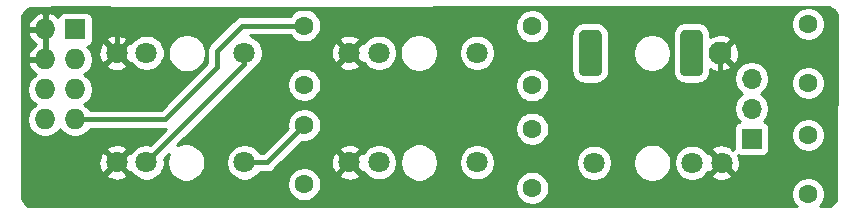
<source format=gbr>
G04 #@! TF.GenerationSoftware,KiCad,Pcbnew,(5.1.5)-3*
G04 #@! TF.CreationDate,2020-06-13T04:32:44-04:00*
G04 #@! TF.ProjectId,LilMix,4c696c4d-6978-42e6-9b69-6361645f7063,rev?*
G04 #@! TF.SameCoordinates,Original*
G04 #@! TF.FileFunction,Copper,L1,Top*
G04 #@! TF.FilePolarity,Positive*
%FSLAX46Y46*%
G04 Gerber Fmt 4.6, Leading zero omitted, Abs format (unit mm)*
G04 Created by KiCad (PCBNEW (5.1.5)-3) date 2020-06-13 04:32:44*
%MOMM*%
%LPD*%
G04 APERTURE LIST*
%ADD10C,1.800000*%
%ADD11C,0.100000*%
%ADD12C,1.930400*%
%ADD13O,1.700000X1.700000*%
%ADD14R,1.700000X1.700000*%
%ADD15C,1.600000*%
%ADD16O,1.727200X1.727200*%
%ADD17R,1.727200X1.727200*%
%ADD18C,0.400000*%
%ADD19C,0.254000*%
G04 APERTURE END LIST*
D10*
X98441000Y-123178000D03*
X95921000Y-123178000D03*
X106741000Y-123178000D03*
G04 #@! TA.AperFunction,ComponentPad*
D11*
G36*
X145122703Y-121227124D02*
G01*
X145169551Y-121234073D01*
X145215491Y-121245581D01*
X145260083Y-121261536D01*
X145302896Y-121281785D01*
X145343518Y-121306133D01*
X145381558Y-121334345D01*
X145416650Y-121366150D01*
X145448455Y-121401242D01*
X145476667Y-121439282D01*
X145501015Y-121479904D01*
X145521264Y-121522717D01*
X145537219Y-121567309D01*
X145548727Y-121613249D01*
X145555676Y-121660097D01*
X145558000Y-121707400D01*
X145558000Y-124672600D01*
X145555676Y-124719903D01*
X145548727Y-124766751D01*
X145537219Y-124812691D01*
X145521264Y-124857283D01*
X145501015Y-124900096D01*
X145476667Y-124940718D01*
X145448455Y-124978758D01*
X145416650Y-125013850D01*
X145381558Y-125045655D01*
X145343518Y-125073867D01*
X145302896Y-125098215D01*
X145260083Y-125118464D01*
X145215491Y-125134419D01*
X145169551Y-125145927D01*
X145122703Y-125152876D01*
X145075400Y-125155200D01*
X144110200Y-125155200D01*
X144062897Y-125152876D01*
X144016049Y-125145927D01*
X143970109Y-125134419D01*
X143925517Y-125118464D01*
X143882704Y-125098215D01*
X143842082Y-125073867D01*
X143804042Y-125045655D01*
X143768950Y-125013850D01*
X143737145Y-124978758D01*
X143708933Y-124940718D01*
X143684585Y-124900096D01*
X143664336Y-124857283D01*
X143648381Y-124812691D01*
X143636873Y-124766751D01*
X143629924Y-124719903D01*
X143627600Y-124672600D01*
X143627600Y-121707400D01*
X143629924Y-121660097D01*
X143636873Y-121613249D01*
X143648381Y-121567309D01*
X143664336Y-121522717D01*
X143684585Y-121479904D01*
X143708933Y-121439282D01*
X143737145Y-121401242D01*
X143768950Y-121366150D01*
X143804042Y-121334345D01*
X143842082Y-121306133D01*
X143882704Y-121281785D01*
X143925517Y-121261536D01*
X143970109Y-121245581D01*
X144016049Y-121234073D01*
X144062897Y-121227124D01*
X144110200Y-121224800D01*
X145075400Y-121224800D01*
X145122703Y-121227124D01*
G37*
G04 #@! TD.AperFunction*
D12*
X147005800Y-123190000D03*
G04 #@! TA.AperFunction,ComponentPad*
D11*
G36*
X136562903Y-121227124D02*
G01*
X136609751Y-121234073D01*
X136655691Y-121245581D01*
X136700283Y-121261536D01*
X136743096Y-121281785D01*
X136783718Y-121306133D01*
X136821758Y-121334345D01*
X136856850Y-121366150D01*
X136888655Y-121401242D01*
X136916867Y-121439282D01*
X136941215Y-121479904D01*
X136961464Y-121522717D01*
X136977419Y-121567309D01*
X136988927Y-121613249D01*
X136995876Y-121660097D01*
X136998200Y-121707400D01*
X136998200Y-124672600D01*
X136995876Y-124719903D01*
X136988927Y-124766751D01*
X136977419Y-124812691D01*
X136961464Y-124857283D01*
X136941215Y-124900096D01*
X136916867Y-124940718D01*
X136888655Y-124978758D01*
X136856850Y-125013850D01*
X136821758Y-125045655D01*
X136783718Y-125073867D01*
X136743096Y-125098215D01*
X136700283Y-125118464D01*
X136655691Y-125134419D01*
X136609751Y-125145927D01*
X136562903Y-125152876D01*
X136515600Y-125155200D01*
X135550400Y-125155200D01*
X135503097Y-125152876D01*
X135456249Y-125145927D01*
X135410309Y-125134419D01*
X135365717Y-125118464D01*
X135322904Y-125098215D01*
X135282282Y-125073867D01*
X135244242Y-125045655D01*
X135209150Y-125013850D01*
X135177345Y-124978758D01*
X135149133Y-124940718D01*
X135124785Y-124900096D01*
X135104536Y-124857283D01*
X135088581Y-124812691D01*
X135077073Y-124766751D01*
X135070124Y-124719903D01*
X135067800Y-124672600D01*
X135067800Y-121707400D01*
X135070124Y-121660097D01*
X135077073Y-121613249D01*
X135088581Y-121567309D01*
X135104536Y-121522717D01*
X135124785Y-121479904D01*
X135149133Y-121439282D01*
X135177345Y-121401242D01*
X135209150Y-121366150D01*
X135244242Y-121334345D01*
X135282282Y-121306133D01*
X135322904Y-121281785D01*
X135365717Y-121261536D01*
X135410309Y-121245581D01*
X135456249Y-121234073D01*
X135503097Y-121227124D01*
X135550400Y-121224800D01*
X136515600Y-121224800D01*
X136562903Y-121227124D01*
G37*
G04 #@! TD.AperFunction*
D10*
X144636000Y-132480000D03*
X147156000Y-132480000D03*
X136336000Y-132480000D03*
X118128000Y-132450000D03*
X115608000Y-132450000D03*
X126428000Y-132450000D03*
X118128000Y-123175000D03*
X115608000Y-123175000D03*
X126428000Y-123175000D03*
X98441000Y-132453000D03*
X95921000Y-132453000D03*
X106741000Y-132453000D03*
D13*
X149680000Y-125360000D03*
X149680000Y-127900000D03*
D14*
X149680000Y-130440000D03*
D15*
X131107000Y-120939000D03*
X131107000Y-125939000D03*
X154469000Y-130124000D03*
X154469000Y-135124000D03*
X111807000Y-125866000D03*
X111807000Y-120866000D03*
D16*
X89860000Y-128820000D03*
X92400000Y-128820000D03*
X89860000Y-126280000D03*
X92400000Y-126280000D03*
X89860000Y-123740000D03*
X92400000Y-123740000D03*
X89860000Y-121200000D03*
D17*
X92400000Y-121200000D03*
D15*
X154469000Y-120726000D03*
X154469000Y-125726000D03*
X111807000Y-129306000D03*
X111807000Y-134306000D03*
X131107000Y-134599000D03*
X131107000Y-129599000D03*
D18*
X106741000Y-124153000D02*
X106741000Y-123178000D01*
X98441000Y-132453000D02*
X106741000Y-124153000D01*
X89860000Y-119978686D02*
X90438686Y-119400000D01*
X89860000Y-121200000D02*
X89860000Y-119978686D01*
X90438686Y-119400000D02*
X95300000Y-119400000D01*
X95921000Y-120021000D02*
X95921000Y-123178000D01*
X95300000Y-119400000D02*
X95921000Y-120021000D01*
X147005800Y-123190000D02*
X147005800Y-124994200D01*
X104400000Y-123000000D02*
X106534000Y-120866000D01*
X106534000Y-120866000D02*
X111807000Y-120866000D01*
X104400000Y-124400000D02*
X104400000Y-123000000D01*
X99980000Y-128820000D02*
X104400000Y-124400000D01*
X92400000Y-128820000D02*
X99980000Y-128820000D01*
X108660000Y-132453000D02*
X111807000Y-129306000D01*
X106741000Y-132453000D02*
X108660000Y-132453000D01*
D19*
G36*
X156191763Y-119295670D02*
G01*
X156355872Y-119345330D01*
X156507098Y-119426128D01*
X156639602Y-119534945D01*
X156748260Y-119667573D01*
X156828881Y-119818897D01*
X156878348Y-119983063D01*
X156895351Y-120159993D01*
X156855632Y-135306069D01*
X156837852Y-135482153D01*
X156787941Y-135645435D01*
X156707187Y-135795861D01*
X156598681Y-135927679D01*
X156466576Y-136035842D01*
X156315942Y-136116198D01*
X156152529Y-136165681D01*
X155976395Y-136183000D01*
X155439396Y-136183000D01*
X155583637Y-136038759D01*
X155740680Y-135803727D01*
X155848853Y-135542574D01*
X155904000Y-135265335D01*
X155904000Y-134982665D01*
X155848853Y-134705426D01*
X155740680Y-134444273D01*
X155583637Y-134209241D01*
X155383759Y-134009363D01*
X155148727Y-133852320D01*
X154887574Y-133744147D01*
X154610335Y-133689000D01*
X154327665Y-133689000D01*
X154050426Y-133744147D01*
X153789273Y-133852320D01*
X153554241Y-134009363D01*
X153354363Y-134209241D01*
X153197320Y-134444273D01*
X153089147Y-134705426D01*
X153034000Y-134982665D01*
X153034000Y-135265335D01*
X153089147Y-135542574D01*
X153197320Y-135803727D01*
X153354363Y-136038759D01*
X153498604Y-136183000D01*
X88785948Y-136183000D01*
X88609545Y-136165629D01*
X88445914Y-136116002D01*
X88295117Y-136035417D01*
X88162930Y-135926962D01*
X88054432Y-135794803D01*
X87973802Y-135644026D01*
X87924128Y-135480412D01*
X87906705Y-135304018D01*
X87906372Y-134164665D01*
X110372000Y-134164665D01*
X110372000Y-134447335D01*
X110427147Y-134724574D01*
X110535320Y-134985727D01*
X110692363Y-135220759D01*
X110892241Y-135420637D01*
X111127273Y-135577680D01*
X111388426Y-135685853D01*
X111665665Y-135741000D01*
X111948335Y-135741000D01*
X112225574Y-135685853D01*
X112486727Y-135577680D01*
X112721759Y-135420637D01*
X112921637Y-135220759D01*
X113078680Y-134985727D01*
X113186853Y-134724574D01*
X113239945Y-134457665D01*
X129672000Y-134457665D01*
X129672000Y-134740335D01*
X129727147Y-135017574D01*
X129835320Y-135278727D01*
X129992363Y-135513759D01*
X130192241Y-135713637D01*
X130427273Y-135870680D01*
X130688426Y-135978853D01*
X130965665Y-136034000D01*
X131248335Y-136034000D01*
X131525574Y-135978853D01*
X131786727Y-135870680D01*
X132021759Y-135713637D01*
X132221637Y-135513759D01*
X132378680Y-135278727D01*
X132486853Y-135017574D01*
X132542000Y-134740335D01*
X132542000Y-134457665D01*
X132486853Y-134180426D01*
X132378680Y-133919273D01*
X132221637Y-133684241D01*
X132021759Y-133484363D01*
X131786727Y-133327320D01*
X131525574Y-133219147D01*
X131248335Y-133164000D01*
X130965665Y-133164000D01*
X130688426Y-133219147D01*
X130427273Y-133327320D01*
X130192241Y-133484363D01*
X129992363Y-133684241D01*
X129835320Y-133919273D01*
X129727147Y-134180426D01*
X129672000Y-134457665D01*
X113239945Y-134457665D01*
X113242000Y-134447335D01*
X113242000Y-134164665D01*
X113186853Y-133887426D01*
X113078680Y-133626273D01*
X113003716Y-133514080D01*
X114723525Y-133514080D01*
X114807208Y-133768261D01*
X115079775Y-133899158D01*
X115372642Y-133974365D01*
X115674553Y-133990991D01*
X115973907Y-133948397D01*
X116259199Y-133848222D01*
X116408792Y-133768261D01*
X116492475Y-133514080D01*
X115608000Y-132629605D01*
X114723525Y-133514080D01*
X113003716Y-133514080D01*
X112921637Y-133391241D01*
X112721759Y-133191363D01*
X112486727Y-133034320D01*
X112225574Y-132926147D01*
X111948335Y-132871000D01*
X111665665Y-132871000D01*
X111388426Y-132926147D01*
X111127273Y-133034320D01*
X110892241Y-133191363D01*
X110692363Y-133391241D01*
X110535320Y-133626273D01*
X110427147Y-133887426D01*
X110372000Y-134164665D01*
X87906372Y-134164665D01*
X87906182Y-133517080D01*
X95036525Y-133517080D01*
X95120208Y-133771261D01*
X95392775Y-133902158D01*
X95685642Y-133977365D01*
X95987553Y-133993991D01*
X96286907Y-133951397D01*
X96572199Y-133851222D01*
X96721792Y-133771261D01*
X96805475Y-133517080D01*
X95921000Y-132632605D01*
X95036525Y-133517080D01*
X87906182Y-133517080D01*
X87905890Y-132519553D01*
X94380009Y-132519553D01*
X94422603Y-132818907D01*
X94522778Y-133104199D01*
X94602739Y-133253792D01*
X94856920Y-133337475D01*
X95741395Y-132453000D01*
X94856920Y-131568525D01*
X94602739Y-131652208D01*
X94471842Y-131924775D01*
X94396635Y-132217642D01*
X94380009Y-132519553D01*
X87905890Y-132519553D01*
X87905559Y-131388920D01*
X95036525Y-131388920D01*
X95921000Y-132273395D01*
X96805475Y-131388920D01*
X96721792Y-131134739D01*
X96449225Y-131003842D01*
X96156358Y-130928635D01*
X95854447Y-130912009D01*
X95555093Y-130954603D01*
X95269801Y-131054778D01*
X95120208Y-131134739D01*
X95036525Y-131388920D01*
X87905559Y-131388920D01*
X87904018Y-126132401D01*
X88361400Y-126132401D01*
X88361400Y-126427599D01*
X88418990Y-126717125D01*
X88531958Y-126989853D01*
X88695961Y-127235302D01*
X88904698Y-127444039D01*
X89063281Y-127550000D01*
X88904698Y-127655961D01*
X88695961Y-127864698D01*
X88531958Y-128110147D01*
X88418990Y-128382875D01*
X88361400Y-128672401D01*
X88361400Y-128967599D01*
X88418990Y-129257125D01*
X88531958Y-129529853D01*
X88695961Y-129775302D01*
X88904698Y-129984039D01*
X89150147Y-130148042D01*
X89422875Y-130261010D01*
X89712401Y-130318600D01*
X90007599Y-130318600D01*
X90297125Y-130261010D01*
X90569853Y-130148042D01*
X90815302Y-129984039D01*
X91024039Y-129775302D01*
X91130000Y-129616719D01*
X91235961Y-129775302D01*
X91444698Y-129984039D01*
X91690147Y-130148042D01*
X91962875Y-130261010D01*
X92252401Y-130318600D01*
X92547599Y-130318600D01*
X92837125Y-130261010D01*
X93109853Y-130148042D01*
X93355302Y-129984039D01*
X93564039Y-129775302D01*
X93644422Y-129655000D01*
X99938982Y-129655000D01*
X99980000Y-129659040D01*
X100021018Y-129655000D01*
X100021019Y-129655000D01*
X100062187Y-129650945D01*
X98761462Y-130951671D01*
X98592184Y-130918000D01*
X98289816Y-130918000D01*
X97993257Y-130976989D01*
X97713905Y-131092701D01*
X97462495Y-131260688D01*
X97248688Y-131474495D01*
X97149655Y-131622708D01*
X96985080Y-131568525D01*
X96100605Y-132453000D01*
X96985080Y-133337475D01*
X97149655Y-133283292D01*
X97248688Y-133431505D01*
X97462495Y-133645312D01*
X97713905Y-133813299D01*
X97993257Y-133929011D01*
X98289816Y-133988000D01*
X98592184Y-133988000D01*
X98888743Y-133929011D01*
X99168095Y-133813299D01*
X99419505Y-133645312D01*
X99633312Y-133431505D01*
X99801299Y-133180095D01*
X99917011Y-132900743D01*
X99976000Y-132604184D01*
X99976000Y-132301816D01*
X99942329Y-132132538D01*
X100368453Y-131706414D01*
X100251505Y-131988752D01*
X100189419Y-132300879D01*
X100189419Y-132619121D01*
X100251505Y-132931248D01*
X100373291Y-133225265D01*
X100550096Y-133489873D01*
X100775127Y-133714904D01*
X101039735Y-133891709D01*
X101333752Y-134013495D01*
X101645879Y-134075581D01*
X101964121Y-134075581D01*
X102276248Y-134013495D01*
X102570265Y-133891709D01*
X102834873Y-133714904D01*
X103059904Y-133489873D01*
X103236709Y-133225265D01*
X103358495Y-132931248D01*
X103420581Y-132619121D01*
X103420581Y-132301816D01*
X105206000Y-132301816D01*
X105206000Y-132604184D01*
X105264989Y-132900743D01*
X105380701Y-133180095D01*
X105548688Y-133431505D01*
X105762495Y-133645312D01*
X106013905Y-133813299D01*
X106293257Y-133929011D01*
X106589816Y-133988000D01*
X106892184Y-133988000D01*
X107188743Y-133929011D01*
X107468095Y-133813299D01*
X107719505Y-133645312D01*
X107933312Y-133431505D01*
X108029199Y-133288000D01*
X108618982Y-133288000D01*
X108660000Y-133292040D01*
X108701018Y-133288000D01*
X108701019Y-133288000D01*
X108823689Y-133275918D01*
X108981087Y-133228172D01*
X109126146Y-133150636D01*
X109253291Y-133046291D01*
X109279446Y-133014421D01*
X109777314Y-132516553D01*
X114067009Y-132516553D01*
X114109603Y-132815907D01*
X114209778Y-133101199D01*
X114289739Y-133250792D01*
X114543920Y-133334475D01*
X115428395Y-132450000D01*
X115787605Y-132450000D01*
X116672080Y-133334475D01*
X116836655Y-133280292D01*
X116935688Y-133428505D01*
X117149495Y-133642312D01*
X117400905Y-133810299D01*
X117680257Y-133926011D01*
X117976816Y-133985000D01*
X118279184Y-133985000D01*
X118575743Y-133926011D01*
X118855095Y-133810299D01*
X119106505Y-133642312D01*
X119320312Y-133428505D01*
X119488299Y-133177095D01*
X119604011Y-132897743D01*
X119663000Y-132601184D01*
X119663000Y-132300879D01*
X119914419Y-132300879D01*
X119914419Y-132619121D01*
X119976505Y-132931248D01*
X120098291Y-133225265D01*
X120275096Y-133489873D01*
X120500127Y-133714904D01*
X120764735Y-133891709D01*
X121058752Y-134013495D01*
X121370879Y-134075581D01*
X121689121Y-134075581D01*
X122001248Y-134013495D01*
X122295265Y-133891709D01*
X122559873Y-133714904D01*
X122784904Y-133489873D01*
X122961709Y-133225265D01*
X123083495Y-132931248D01*
X123145581Y-132619121D01*
X123145581Y-132300879D01*
X123145171Y-132298816D01*
X124893000Y-132298816D01*
X124893000Y-132601184D01*
X124951989Y-132897743D01*
X125067701Y-133177095D01*
X125235688Y-133428505D01*
X125449495Y-133642312D01*
X125700905Y-133810299D01*
X125980257Y-133926011D01*
X126276816Y-133985000D01*
X126579184Y-133985000D01*
X126875743Y-133926011D01*
X127155095Y-133810299D01*
X127406505Y-133642312D01*
X127620312Y-133428505D01*
X127788299Y-133177095D01*
X127904011Y-132897743D01*
X127963000Y-132601184D01*
X127963000Y-132328816D01*
X134801000Y-132328816D01*
X134801000Y-132631184D01*
X134859989Y-132927743D01*
X134975701Y-133207095D01*
X135143688Y-133458505D01*
X135357495Y-133672312D01*
X135608905Y-133840299D01*
X135888257Y-133956011D01*
X136184816Y-134015000D01*
X136487184Y-134015000D01*
X136783743Y-133956011D01*
X137063095Y-133840299D01*
X137314505Y-133672312D01*
X137528312Y-133458505D01*
X137696299Y-133207095D01*
X137812011Y-132927743D01*
X137871000Y-132631184D01*
X137871000Y-132328816D01*
X137870416Y-132325879D01*
X139646021Y-132325879D01*
X139646021Y-132644121D01*
X139708107Y-132956248D01*
X139829893Y-133250265D01*
X140006698Y-133514873D01*
X140231729Y-133739904D01*
X140496337Y-133916709D01*
X140790354Y-134038495D01*
X141102481Y-134100581D01*
X141420723Y-134100581D01*
X141732850Y-134038495D01*
X142026867Y-133916709D01*
X142291475Y-133739904D01*
X142516506Y-133514873D01*
X142693311Y-133250265D01*
X142815097Y-132956248D01*
X142877183Y-132644121D01*
X142877183Y-132328816D01*
X143101000Y-132328816D01*
X143101000Y-132631184D01*
X143159989Y-132927743D01*
X143275701Y-133207095D01*
X143443688Y-133458505D01*
X143657495Y-133672312D01*
X143908905Y-133840299D01*
X144188257Y-133956011D01*
X144484816Y-134015000D01*
X144787184Y-134015000D01*
X145083743Y-133956011D01*
X145363095Y-133840299D01*
X145614505Y-133672312D01*
X145742737Y-133544080D01*
X146271525Y-133544080D01*
X146355208Y-133798261D01*
X146627775Y-133929158D01*
X146920642Y-134004365D01*
X147222553Y-134020991D01*
X147521907Y-133978397D01*
X147807199Y-133878222D01*
X147956792Y-133798261D01*
X148040475Y-133544080D01*
X147156000Y-132659605D01*
X146271525Y-133544080D01*
X145742737Y-133544080D01*
X145828312Y-133458505D01*
X145927345Y-133310292D01*
X146091920Y-133364475D01*
X146976395Y-132480000D01*
X146091920Y-131595525D01*
X145927345Y-131649708D01*
X145828312Y-131501495D01*
X145742737Y-131415920D01*
X146271525Y-131415920D01*
X147156000Y-132300395D01*
X147170143Y-132286253D01*
X147349748Y-132465858D01*
X147335605Y-132480000D01*
X148220080Y-133364475D01*
X148474261Y-133280792D01*
X148605158Y-133008225D01*
X148680365Y-132715358D01*
X148696991Y-132413447D01*
X148654397Y-132114093D01*
X148568837Y-131870424D01*
X148585820Y-131879502D01*
X148705518Y-131915812D01*
X148830000Y-131928072D01*
X150530000Y-131928072D01*
X150654482Y-131915812D01*
X150774180Y-131879502D01*
X150884494Y-131820537D01*
X150981185Y-131741185D01*
X151060537Y-131644494D01*
X151119502Y-131534180D01*
X151155812Y-131414482D01*
X151168072Y-131290000D01*
X151168072Y-129982665D01*
X153034000Y-129982665D01*
X153034000Y-130265335D01*
X153089147Y-130542574D01*
X153197320Y-130803727D01*
X153354363Y-131038759D01*
X153554241Y-131238637D01*
X153789273Y-131395680D01*
X154050426Y-131503853D01*
X154327665Y-131559000D01*
X154610335Y-131559000D01*
X154887574Y-131503853D01*
X155148727Y-131395680D01*
X155383759Y-131238637D01*
X155583637Y-131038759D01*
X155740680Y-130803727D01*
X155848853Y-130542574D01*
X155904000Y-130265335D01*
X155904000Y-129982665D01*
X155848853Y-129705426D01*
X155740680Y-129444273D01*
X155583637Y-129209241D01*
X155383759Y-129009363D01*
X155148727Y-128852320D01*
X154887574Y-128744147D01*
X154610335Y-128689000D01*
X154327665Y-128689000D01*
X154050426Y-128744147D01*
X153789273Y-128852320D01*
X153554241Y-129009363D01*
X153354363Y-129209241D01*
X153197320Y-129444273D01*
X153089147Y-129705426D01*
X153034000Y-129982665D01*
X151168072Y-129982665D01*
X151168072Y-129590000D01*
X151155812Y-129465518D01*
X151119502Y-129345820D01*
X151060537Y-129235506D01*
X150981185Y-129138815D01*
X150884494Y-129059463D01*
X150774180Y-129000498D01*
X150701620Y-128978487D01*
X150833475Y-128846632D01*
X150995990Y-128603411D01*
X151107932Y-128333158D01*
X151165000Y-128046260D01*
X151165000Y-127753740D01*
X151107932Y-127466842D01*
X150995990Y-127196589D01*
X150833475Y-126953368D01*
X150626632Y-126746525D01*
X150452240Y-126630000D01*
X150626632Y-126513475D01*
X150833475Y-126306632D01*
X150995990Y-126063411D01*
X151107932Y-125793158D01*
X151149404Y-125584665D01*
X153034000Y-125584665D01*
X153034000Y-125867335D01*
X153089147Y-126144574D01*
X153197320Y-126405727D01*
X153354363Y-126640759D01*
X153554241Y-126840637D01*
X153789273Y-126997680D01*
X154050426Y-127105853D01*
X154327665Y-127161000D01*
X154610335Y-127161000D01*
X154887574Y-127105853D01*
X155148727Y-126997680D01*
X155383759Y-126840637D01*
X155583637Y-126640759D01*
X155740680Y-126405727D01*
X155848853Y-126144574D01*
X155904000Y-125867335D01*
X155904000Y-125584665D01*
X155848853Y-125307426D01*
X155740680Y-125046273D01*
X155583637Y-124811241D01*
X155383759Y-124611363D01*
X155148727Y-124454320D01*
X154887574Y-124346147D01*
X154610335Y-124291000D01*
X154327665Y-124291000D01*
X154050426Y-124346147D01*
X153789273Y-124454320D01*
X153554241Y-124611363D01*
X153354363Y-124811241D01*
X153197320Y-125046273D01*
X153089147Y-125307426D01*
X153034000Y-125584665D01*
X151149404Y-125584665D01*
X151165000Y-125506260D01*
X151165000Y-125213740D01*
X151107932Y-124926842D01*
X150995990Y-124656589D01*
X150833475Y-124413368D01*
X150626632Y-124206525D01*
X150383411Y-124044010D01*
X150113158Y-123932068D01*
X149826260Y-123875000D01*
X149533740Y-123875000D01*
X149246842Y-123932068D01*
X148976589Y-124044010D01*
X148733368Y-124206525D01*
X148526525Y-124413368D01*
X148364010Y-124656589D01*
X148252068Y-124926842D01*
X148195000Y-125213740D01*
X148195000Y-125506260D01*
X148252068Y-125793158D01*
X148364010Y-126063411D01*
X148526525Y-126306632D01*
X148733368Y-126513475D01*
X148907760Y-126630000D01*
X148733368Y-126746525D01*
X148526525Y-126953368D01*
X148364010Y-127196589D01*
X148252068Y-127466842D01*
X148195000Y-127753740D01*
X148195000Y-128046260D01*
X148252068Y-128333158D01*
X148364010Y-128603411D01*
X148526525Y-128846632D01*
X148658380Y-128978487D01*
X148585820Y-129000498D01*
X148475506Y-129059463D01*
X148378815Y-129138815D01*
X148299463Y-129235506D01*
X148240498Y-129345820D01*
X148204188Y-129465518D01*
X148191928Y-129590000D01*
X148191928Y-131290000D01*
X148196896Y-131340444D01*
X148156422Y-131299970D01*
X148040474Y-131415918D01*
X147956792Y-131161739D01*
X147684225Y-131030842D01*
X147391358Y-130955635D01*
X147089447Y-130939009D01*
X146790093Y-130981603D01*
X146504801Y-131081778D01*
X146355208Y-131161739D01*
X146271525Y-131415920D01*
X145742737Y-131415920D01*
X145614505Y-131287688D01*
X145363095Y-131119701D01*
X145083743Y-131003989D01*
X144787184Y-130945000D01*
X144484816Y-130945000D01*
X144188257Y-131003989D01*
X143908905Y-131119701D01*
X143657495Y-131287688D01*
X143443688Y-131501495D01*
X143275701Y-131752905D01*
X143159989Y-132032257D01*
X143101000Y-132328816D01*
X142877183Y-132328816D01*
X142877183Y-132325879D01*
X142815097Y-132013752D01*
X142693311Y-131719735D01*
X142516506Y-131455127D01*
X142291475Y-131230096D01*
X142026867Y-131053291D01*
X141732850Y-130931505D01*
X141420723Y-130869419D01*
X141102481Y-130869419D01*
X140790354Y-130931505D01*
X140496337Y-131053291D01*
X140231729Y-131230096D01*
X140006698Y-131455127D01*
X139829893Y-131719735D01*
X139708107Y-132013752D01*
X139646021Y-132325879D01*
X137870416Y-132325879D01*
X137812011Y-132032257D01*
X137696299Y-131752905D01*
X137528312Y-131501495D01*
X137314505Y-131287688D01*
X137063095Y-131119701D01*
X136783743Y-131003989D01*
X136487184Y-130945000D01*
X136184816Y-130945000D01*
X135888257Y-131003989D01*
X135608905Y-131119701D01*
X135357495Y-131287688D01*
X135143688Y-131501495D01*
X134975701Y-131752905D01*
X134859989Y-132032257D01*
X134801000Y-132328816D01*
X127963000Y-132328816D01*
X127963000Y-132298816D01*
X127904011Y-132002257D01*
X127788299Y-131722905D01*
X127620312Y-131471495D01*
X127406505Y-131257688D01*
X127155095Y-131089701D01*
X126875743Y-130973989D01*
X126579184Y-130915000D01*
X126276816Y-130915000D01*
X125980257Y-130973989D01*
X125700905Y-131089701D01*
X125449495Y-131257688D01*
X125235688Y-131471495D01*
X125067701Y-131722905D01*
X124951989Y-132002257D01*
X124893000Y-132298816D01*
X123145171Y-132298816D01*
X123083495Y-131988752D01*
X122961709Y-131694735D01*
X122784904Y-131430127D01*
X122559873Y-131205096D01*
X122295265Y-131028291D01*
X122001248Y-130906505D01*
X121689121Y-130844419D01*
X121370879Y-130844419D01*
X121058752Y-130906505D01*
X120764735Y-131028291D01*
X120500127Y-131205096D01*
X120275096Y-131430127D01*
X120098291Y-131694735D01*
X119976505Y-131988752D01*
X119914419Y-132300879D01*
X119663000Y-132300879D01*
X119663000Y-132298816D01*
X119604011Y-132002257D01*
X119488299Y-131722905D01*
X119320312Y-131471495D01*
X119106505Y-131257688D01*
X118855095Y-131089701D01*
X118575743Y-130973989D01*
X118279184Y-130915000D01*
X117976816Y-130915000D01*
X117680257Y-130973989D01*
X117400905Y-131089701D01*
X117149495Y-131257688D01*
X116935688Y-131471495D01*
X116836655Y-131619708D01*
X116672080Y-131565525D01*
X115787605Y-132450000D01*
X115428395Y-132450000D01*
X114543920Y-131565525D01*
X114289739Y-131649208D01*
X114158842Y-131921775D01*
X114083635Y-132214642D01*
X114067009Y-132516553D01*
X109777314Y-132516553D01*
X110907947Y-131385920D01*
X114723525Y-131385920D01*
X115608000Y-132270395D01*
X116492475Y-131385920D01*
X116408792Y-131131739D01*
X116136225Y-131000842D01*
X115843358Y-130925635D01*
X115541447Y-130909009D01*
X115242093Y-130951603D01*
X114956801Y-131051778D01*
X114807208Y-131131739D01*
X114723525Y-131385920D01*
X110907947Y-131385920D01*
X111571582Y-130722286D01*
X111665665Y-130741000D01*
X111948335Y-130741000D01*
X112225574Y-130685853D01*
X112486727Y-130577680D01*
X112721759Y-130420637D01*
X112921637Y-130220759D01*
X113078680Y-129985727D01*
X113186853Y-129724574D01*
X113239945Y-129457665D01*
X129672000Y-129457665D01*
X129672000Y-129740335D01*
X129727147Y-130017574D01*
X129835320Y-130278727D01*
X129992363Y-130513759D01*
X130192241Y-130713637D01*
X130427273Y-130870680D01*
X130688426Y-130978853D01*
X130965665Y-131034000D01*
X131248335Y-131034000D01*
X131525574Y-130978853D01*
X131786727Y-130870680D01*
X132021759Y-130713637D01*
X132221637Y-130513759D01*
X132378680Y-130278727D01*
X132486853Y-130017574D01*
X132542000Y-129740335D01*
X132542000Y-129457665D01*
X132486853Y-129180426D01*
X132378680Y-128919273D01*
X132221637Y-128684241D01*
X132021759Y-128484363D01*
X131786727Y-128327320D01*
X131525574Y-128219147D01*
X131248335Y-128164000D01*
X130965665Y-128164000D01*
X130688426Y-128219147D01*
X130427273Y-128327320D01*
X130192241Y-128484363D01*
X129992363Y-128684241D01*
X129835320Y-128919273D01*
X129727147Y-129180426D01*
X129672000Y-129457665D01*
X113239945Y-129457665D01*
X113242000Y-129447335D01*
X113242000Y-129164665D01*
X113186853Y-128887426D01*
X113078680Y-128626273D01*
X112921637Y-128391241D01*
X112721759Y-128191363D01*
X112486727Y-128034320D01*
X112225574Y-127926147D01*
X111948335Y-127871000D01*
X111665665Y-127871000D01*
X111388426Y-127926147D01*
X111127273Y-128034320D01*
X110892241Y-128191363D01*
X110692363Y-128391241D01*
X110535320Y-128626273D01*
X110427147Y-128887426D01*
X110372000Y-129164665D01*
X110372000Y-129447335D01*
X110390714Y-129541418D01*
X108314133Y-131618000D01*
X108029199Y-131618000D01*
X107933312Y-131474495D01*
X107719505Y-131260688D01*
X107468095Y-131092701D01*
X107188743Y-130976989D01*
X106892184Y-130918000D01*
X106589816Y-130918000D01*
X106293257Y-130976989D01*
X106013905Y-131092701D01*
X105762495Y-131260688D01*
X105548688Y-131474495D01*
X105380701Y-131725905D01*
X105264989Y-132005257D01*
X105206000Y-132301816D01*
X103420581Y-132301816D01*
X103420581Y-132300879D01*
X103358495Y-131988752D01*
X103236709Y-131694735D01*
X103059904Y-131430127D01*
X102834873Y-131205096D01*
X102570265Y-131028291D01*
X102276248Y-130906505D01*
X101964121Y-130844419D01*
X101645879Y-130844419D01*
X101333752Y-130906505D01*
X101051414Y-131023453D01*
X106350203Y-125724665D01*
X110372000Y-125724665D01*
X110372000Y-126007335D01*
X110427147Y-126284574D01*
X110535320Y-126545727D01*
X110692363Y-126780759D01*
X110892241Y-126980637D01*
X111127273Y-127137680D01*
X111388426Y-127245853D01*
X111665665Y-127301000D01*
X111948335Y-127301000D01*
X112225574Y-127245853D01*
X112486727Y-127137680D01*
X112721759Y-126980637D01*
X112921637Y-126780759D01*
X113078680Y-126545727D01*
X113186853Y-126284574D01*
X113242000Y-126007335D01*
X113242000Y-125797665D01*
X129672000Y-125797665D01*
X129672000Y-126080335D01*
X129727147Y-126357574D01*
X129835320Y-126618727D01*
X129992363Y-126853759D01*
X130192241Y-127053637D01*
X130427273Y-127210680D01*
X130688426Y-127318853D01*
X130965665Y-127374000D01*
X131248335Y-127374000D01*
X131525574Y-127318853D01*
X131786727Y-127210680D01*
X132021759Y-127053637D01*
X132221637Y-126853759D01*
X132378680Y-126618727D01*
X132486853Y-126357574D01*
X132542000Y-126080335D01*
X132542000Y-125797665D01*
X132486853Y-125520426D01*
X132378680Y-125259273D01*
X132221637Y-125024241D01*
X132021759Y-124824363D01*
X131786727Y-124667320D01*
X131525574Y-124559147D01*
X131248335Y-124504000D01*
X130965665Y-124504000D01*
X130688426Y-124559147D01*
X130427273Y-124667320D01*
X130192241Y-124824363D01*
X129992363Y-125024241D01*
X129835320Y-125259273D01*
X129727147Y-125520426D01*
X129672000Y-125797665D01*
X113242000Y-125797665D01*
X113242000Y-125724665D01*
X113186853Y-125447426D01*
X113078680Y-125186273D01*
X112921637Y-124951241D01*
X112721759Y-124751363D01*
X112486727Y-124594320D01*
X112225574Y-124486147D01*
X111948335Y-124431000D01*
X111665665Y-124431000D01*
X111388426Y-124486147D01*
X111127273Y-124594320D01*
X110892241Y-124751363D01*
X110692363Y-124951241D01*
X110535320Y-125186273D01*
X110427147Y-125447426D01*
X110372000Y-125724665D01*
X106350203Y-125724665D01*
X107302433Y-124772436D01*
X107334291Y-124746291D01*
X107361613Y-124713000D01*
X107394113Y-124673397D01*
X107438636Y-124619146D01*
X107489492Y-124524002D01*
X107719505Y-124370312D01*
X107850737Y-124239080D01*
X114723525Y-124239080D01*
X114807208Y-124493261D01*
X115079775Y-124624158D01*
X115372642Y-124699365D01*
X115674553Y-124715991D01*
X115973907Y-124673397D01*
X116259199Y-124573222D01*
X116408792Y-124493261D01*
X116492475Y-124239080D01*
X115608000Y-123354605D01*
X114723525Y-124239080D01*
X107850737Y-124239080D01*
X107933312Y-124156505D01*
X108101299Y-123905095D01*
X108217011Y-123625743D01*
X108276000Y-123329184D01*
X108276000Y-123241553D01*
X114067009Y-123241553D01*
X114109603Y-123540907D01*
X114209778Y-123826199D01*
X114289739Y-123975792D01*
X114543920Y-124059475D01*
X115428395Y-123175000D01*
X115787605Y-123175000D01*
X116672080Y-124059475D01*
X116836655Y-124005292D01*
X116935688Y-124153505D01*
X117149495Y-124367312D01*
X117400905Y-124535299D01*
X117680257Y-124651011D01*
X117976816Y-124710000D01*
X118279184Y-124710000D01*
X118575743Y-124651011D01*
X118855095Y-124535299D01*
X119106505Y-124367312D01*
X119320312Y-124153505D01*
X119488299Y-123902095D01*
X119604011Y-123622743D01*
X119663000Y-123326184D01*
X119663000Y-123025879D01*
X119889419Y-123025879D01*
X119889419Y-123344121D01*
X119951505Y-123656248D01*
X120073291Y-123950265D01*
X120250096Y-124214873D01*
X120475127Y-124439904D01*
X120739735Y-124616709D01*
X121033752Y-124738495D01*
X121345879Y-124800581D01*
X121664121Y-124800581D01*
X121976248Y-124738495D01*
X122270265Y-124616709D01*
X122534873Y-124439904D01*
X122759904Y-124214873D01*
X122936709Y-123950265D01*
X123058495Y-123656248D01*
X123120581Y-123344121D01*
X123120581Y-123025879D01*
X123120171Y-123023816D01*
X124893000Y-123023816D01*
X124893000Y-123326184D01*
X124951989Y-123622743D01*
X125067701Y-123902095D01*
X125235688Y-124153505D01*
X125449495Y-124367312D01*
X125700905Y-124535299D01*
X125980257Y-124651011D01*
X126276816Y-124710000D01*
X126579184Y-124710000D01*
X126875743Y-124651011D01*
X127155095Y-124535299D01*
X127406505Y-124367312D01*
X127620312Y-124153505D01*
X127788299Y-123902095D01*
X127904011Y-123622743D01*
X127963000Y-123326184D01*
X127963000Y-123023816D01*
X127904011Y-122727257D01*
X127788299Y-122447905D01*
X127620312Y-122196495D01*
X127406505Y-121982688D01*
X127155095Y-121814701D01*
X126875743Y-121698989D01*
X126579184Y-121640000D01*
X126276816Y-121640000D01*
X125980257Y-121698989D01*
X125700905Y-121814701D01*
X125449495Y-121982688D01*
X125235688Y-122196495D01*
X125067701Y-122447905D01*
X124951989Y-122727257D01*
X124893000Y-123023816D01*
X123120171Y-123023816D01*
X123058495Y-122713752D01*
X122936709Y-122419735D01*
X122759904Y-122155127D01*
X122534873Y-121930096D01*
X122270265Y-121753291D01*
X121976248Y-121631505D01*
X121664121Y-121569419D01*
X121345879Y-121569419D01*
X121033752Y-121631505D01*
X120739735Y-121753291D01*
X120475127Y-121930096D01*
X120250096Y-122155127D01*
X120073291Y-122419735D01*
X119951505Y-122713752D01*
X119889419Y-123025879D01*
X119663000Y-123025879D01*
X119663000Y-123023816D01*
X119604011Y-122727257D01*
X119488299Y-122447905D01*
X119320312Y-122196495D01*
X119106505Y-121982688D01*
X118855095Y-121814701D01*
X118575743Y-121698989D01*
X118279184Y-121640000D01*
X117976816Y-121640000D01*
X117680257Y-121698989D01*
X117400905Y-121814701D01*
X117149495Y-121982688D01*
X116935688Y-122196495D01*
X116836655Y-122344708D01*
X116672080Y-122290525D01*
X115787605Y-123175000D01*
X115428395Y-123175000D01*
X114543920Y-122290525D01*
X114289739Y-122374208D01*
X114158842Y-122646775D01*
X114083635Y-122939642D01*
X114067009Y-123241553D01*
X108276000Y-123241553D01*
X108276000Y-123026816D01*
X108217011Y-122730257D01*
X108101299Y-122450905D01*
X107933312Y-122199495D01*
X107719505Y-121985688D01*
X107468095Y-121817701D01*
X107188743Y-121701989D01*
X107183771Y-121701000D01*
X110639070Y-121701000D01*
X110692363Y-121780759D01*
X110892241Y-121980637D01*
X111127273Y-122137680D01*
X111388426Y-122245853D01*
X111665665Y-122301000D01*
X111948335Y-122301000D01*
X112225574Y-122245853D01*
X112486727Y-122137680D01*
X112526776Y-122110920D01*
X114723525Y-122110920D01*
X115608000Y-122995395D01*
X116492475Y-122110920D01*
X116408792Y-121856739D01*
X116136225Y-121725842D01*
X115843358Y-121650635D01*
X115541447Y-121634009D01*
X115242093Y-121676603D01*
X114956801Y-121776778D01*
X114807208Y-121856739D01*
X114723525Y-122110920D01*
X112526776Y-122110920D01*
X112721759Y-121980637D01*
X112921637Y-121780759D01*
X113078680Y-121545727D01*
X113186853Y-121284574D01*
X113242000Y-121007335D01*
X113242000Y-120797665D01*
X129672000Y-120797665D01*
X129672000Y-121080335D01*
X129727147Y-121357574D01*
X129835320Y-121618727D01*
X129992363Y-121853759D01*
X130192241Y-122053637D01*
X130427273Y-122210680D01*
X130688426Y-122318853D01*
X130965665Y-122374000D01*
X131248335Y-122374000D01*
X131525574Y-122318853D01*
X131786727Y-122210680D01*
X132021759Y-122053637D01*
X132221637Y-121853759D01*
X132319430Y-121707400D01*
X134429728Y-121707400D01*
X134429728Y-124672600D01*
X134451261Y-124891232D01*
X134515034Y-125101463D01*
X134618595Y-125295212D01*
X134757965Y-125465035D01*
X134927788Y-125604405D01*
X135121537Y-125707966D01*
X135331768Y-125771739D01*
X135550400Y-125793272D01*
X136515600Y-125793272D01*
X136734232Y-125771739D01*
X136944463Y-125707966D01*
X137138212Y-125604405D01*
X137308035Y-125465035D01*
X137447405Y-125295212D01*
X137550966Y-125101463D01*
X137614739Y-124891232D01*
X137636272Y-124672600D01*
X137636272Y-123044277D01*
X139624419Y-123044277D01*
X139624419Y-123362519D01*
X139686505Y-123674646D01*
X139808291Y-123968663D01*
X139985096Y-124233271D01*
X140210127Y-124458302D01*
X140474735Y-124635107D01*
X140768752Y-124756893D01*
X141080879Y-124818979D01*
X141399121Y-124818979D01*
X141711248Y-124756893D01*
X142005265Y-124635107D01*
X142269873Y-124458302D01*
X142494904Y-124233271D01*
X142671709Y-123968663D01*
X142793495Y-123674646D01*
X142855581Y-123362519D01*
X142855581Y-123044277D01*
X142793495Y-122732150D01*
X142671709Y-122438133D01*
X142494904Y-122173525D01*
X142269873Y-121948494D01*
X142005265Y-121771689D01*
X141850058Y-121707400D01*
X142989528Y-121707400D01*
X142989528Y-124672600D01*
X143011061Y-124891232D01*
X143074834Y-125101463D01*
X143178395Y-125295212D01*
X143317765Y-125465035D01*
X143487588Y-125604405D01*
X143681337Y-125707966D01*
X143891568Y-125771739D01*
X144110200Y-125793272D01*
X145075400Y-125793272D01*
X145294032Y-125771739D01*
X145504263Y-125707966D01*
X145698012Y-125604405D01*
X145867835Y-125465035D01*
X146007205Y-125295212D01*
X146110766Y-125101463D01*
X146174539Y-124891232D01*
X146196072Y-124672600D01*
X146196072Y-124575824D01*
X146450056Y-124698851D01*
X146755096Y-124778279D01*
X147069771Y-124796670D01*
X147381988Y-124753318D01*
X147679748Y-124649888D01*
X147845228Y-124561438D01*
X147936789Y-124300594D01*
X147005800Y-123369605D01*
X146991658Y-123383748D01*
X146812053Y-123204143D01*
X146826195Y-123190000D01*
X147185405Y-123190000D01*
X148116394Y-124120989D01*
X148377238Y-124029428D01*
X148514651Y-123745744D01*
X148594079Y-123440704D01*
X148612470Y-123126029D01*
X148569118Y-122813812D01*
X148465688Y-122516052D01*
X148377238Y-122350572D01*
X148116394Y-122259011D01*
X147185405Y-123190000D01*
X146826195Y-123190000D01*
X146812053Y-123175858D01*
X146991658Y-122996253D01*
X147005800Y-123010395D01*
X147936789Y-122079406D01*
X147845228Y-121818562D01*
X147561544Y-121681149D01*
X147256504Y-121601721D01*
X146941829Y-121583330D01*
X146629612Y-121626682D01*
X146331852Y-121730112D01*
X146196072Y-121802687D01*
X146196072Y-121707400D01*
X146174539Y-121488768D01*
X146110766Y-121278537D01*
X146007205Y-121084788D01*
X145867835Y-120914965D01*
X145698012Y-120775595D01*
X145504263Y-120672034D01*
X145294032Y-120608261D01*
X145075400Y-120586728D01*
X144110200Y-120586728D01*
X143891568Y-120608261D01*
X143681337Y-120672034D01*
X143487588Y-120775595D01*
X143317765Y-120914965D01*
X143178395Y-121084788D01*
X143074834Y-121278537D01*
X143011061Y-121488768D01*
X142989528Y-121707400D01*
X141850058Y-121707400D01*
X141711248Y-121649903D01*
X141399121Y-121587817D01*
X141080879Y-121587817D01*
X140768752Y-121649903D01*
X140474735Y-121771689D01*
X140210127Y-121948494D01*
X139985096Y-122173525D01*
X139808291Y-122438133D01*
X139686505Y-122732150D01*
X139624419Y-123044277D01*
X137636272Y-123044277D01*
X137636272Y-121707400D01*
X137614739Y-121488768D01*
X137550966Y-121278537D01*
X137447405Y-121084788D01*
X137308035Y-120914965D01*
X137138212Y-120775595D01*
X136944463Y-120672034D01*
X136734232Y-120608261D01*
X136515600Y-120586728D01*
X135550400Y-120586728D01*
X135331768Y-120608261D01*
X135121537Y-120672034D01*
X134927788Y-120775595D01*
X134757965Y-120914965D01*
X134618595Y-121084788D01*
X134515034Y-121278537D01*
X134451261Y-121488768D01*
X134429728Y-121707400D01*
X132319430Y-121707400D01*
X132378680Y-121618727D01*
X132486853Y-121357574D01*
X132542000Y-121080335D01*
X132542000Y-120797665D01*
X132499632Y-120584665D01*
X153034000Y-120584665D01*
X153034000Y-120867335D01*
X153089147Y-121144574D01*
X153197320Y-121405727D01*
X153354363Y-121640759D01*
X153554241Y-121840637D01*
X153789273Y-121997680D01*
X154050426Y-122105853D01*
X154327665Y-122161000D01*
X154610335Y-122161000D01*
X154887574Y-122105853D01*
X155148727Y-121997680D01*
X155383759Y-121840637D01*
X155583637Y-121640759D01*
X155740680Y-121405727D01*
X155848853Y-121144574D01*
X155904000Y-120867335D01*
X155904000Y-120584665D01*
X155848853Y-120307426D01*
X155740680Y-120046273D01*
X155583637Y-119811241D01*
X155383759Y-119611363D01*
X155148727Y-119454320D01*
X154887574Y-119346147D01*
X154610335Y-119291000D01*
X154327665Y-119291000D01*
X154050426Y-119346147D01*
X153789273Y-119454320D01*
X153554241Y-119611363D01*
X153354363Y-119811241D01*
X153197320Y-120046273D01*
X153089147Y-120307426D01*
X153034000Y-120584665D01*
X132499632Y-120584665D01*
X132486853Y-120520426D01*
X132378680Y-120259273D01*
X132221637Y-120024241D01*
X132021759Y-119824363D01*
X131786727Y-119667320D01*
X131525574Y-119559147D01*
X131248335Y-119504000D01*
X130965665Y-119504000D01*
X130688426Y-119559147D01*
X130427273Y-119667320D01*
X130192241Y-119824363D01*
X129992363Y-120024241D01*
X129835320Y-120259273D01*
X129727147Y-120520426D01*
X129672000Y-120797665D01*
X113242000Y-120797665D01*
X113242000Y-120724665D01*
X113186853Y-120447426D01*
X113078680Y-120186273D01*
X112921637Y-119951241D01*
X112721759Y-119751363D01*
X112486727Y-119594320D01*
X112225574Y-119486147D01*
X111948335Y-119431000D01*
X111665665Y-119431000D01*
X111388426Y-119486147D01*
X111127273Y-119594320D01*
X110892241Y-119751363D01*
X110692363Y-119951241D01*
X110639070Y-120031000D01*
X106575018Y-120031000D01*
X106534000Y-120026960D01*
X106492982Y-120031000D01*
X106492981Y-120031000D01*
X106370311Y-120043082D01*
X106212913Y-120090828D01*
X106067854Y-120168364D01*
X105940709Y-120272709D01*
X105914563Y-120304568D01*
X103838574Y-122380559D01*
X103806710Y-122406709D01*
X103770085Y-122451337D01*
X103702364Y-122533855D01*
X103624828Y-122678914D01*
X103577082Y-122836312D01*
X103560960Y-123000000D01*
X103565001Y-123041028D01*
X103565000Y-124054131D01*
X99634133Y-127985000D01*
X93644422Y-127985000D01*
X93564039Y-127864698D01*
X93355302Y-127655961D01*
X93196719Y-127550000D01*
X93355302Y-127444039D01*
X93564039Y-127235302D01*
X93728042Y-126989853D01*
X93841010Y-126717125D01*
X93898600Y-126427599D01*
X93898600Y-126132401D01*
X93841010Y-125842875D01*
X93728042Y-125570147D01*
X93564039Y-125324698D01*
X93355302Y-125115961D01*
X93196719Y-125010000D01*
X93355302Y-124904039D01*
X93564039Y-124695302D01*
X93728042Y-124449853D01*
X93814104Y-124242080D01*
X95036525Y-124242080D01*
X95120208Y-124496261D01*
X95392775Y-124627158D01*
X95685642Y-124702365D01*
X95987553Y-124718991D01*
X96286907Y-124676397D01*
X96572199Y-124576222D01*
X96721792Y-124496261D01*
X96805475Y-124242080D01*
X95921000Y-123357605D01*
X95036525Y-124242080D01*
X93814104Y-124242080D01*
X93841010Y-124177125D01*
X93898600Y-123887599D01*
X93898600Y-123592401D01*
X93841010Y-123302875D01*
X93816853Y-123244553D01*
X94380009Y-123244553D01*
X94422603Y-123543907D01*
X94522778Y-123829199D01*
X94602739Y-123978792D01*
X94856920Y-124062475D01*
X95741395Y-123178000D01*
X96100605Y-123178000D01*
X96985080Y-124062475D01*
X97149655Y-124008292D01*
X97248688Y-124156505D01*
X97462495Y-124370312D01*
X97713905Y-124538299D01*
X97993257Y-124654011D01*
X98289816Y-124713000D01*
X98592184Y-124713000D01*
X98888743Y-124654011D01*
X99168095Y-124538299D01*
X99419505Y-124370312D01*
X99633312Y-124156505D01*
X99801299Y-123905095D01*
X99917011Y-123625743D01*
X99976000Y-123329184D01*
X99976000Y-123057481D01*
X100239419Y-123057481D01*
X100239419Y-123375723D01*
X100301505Y-123687850D01*
X100423291Y-123981867D01*
X100600096Y-124246475D01*
X100825127Y-124471506D01*
X101089735Y-124648311D01*
X101383752Y-124770097D01*
X101695879Y-124832183D01*
X102014121Y-124832183D01*
X102326248Y-124770097D01*
X102620265Y-124648311D01*
X102884873Y-124471506D01*
X103109904Y-124246475D01*
X103286709Y-123981867D01*
X103408495Y-123687850D01*
X103470581Y-123375723D01*
X103470581Y-123057481D01*
X103408495Y-122745354D01*
X103286709Y-122451337D01*
X103109904Y-122186729D01*
X102884873Y-121961698D01*
X102620265Y-121784893D01*
X102326248Y-121663107D01*
X102014121Y-121601021D01*
X101695879Y-121601021D01*
X101383752Y-121663107D01*
X101089735Y-121784893D01*
X100825127Y-121961698D01*
X100600096Y-122186729D01*
X100423291Y-122451337D01*
X100301505Y-122745354D01*
X100239419Y-123057481D01*
X99976000Y-123057481D01*
X99976000Y-123026816D01*
X99917011Y-122730257D01*
X99801299Y-122450905D01*
X99633312Y-122199495D01*
X99419505Y-121985688D01*
X99168095Y-121817701D01*
X98888743Y-121701989D01*
X98592184Y-121643000D01*
X98289816Y-121643000D01*
X97993257Y-121701989D01*
X97713905Y-121817701D01*
X97462495Y-121985688D01*
X97248688Y-122199495D01*
X97149655Y-122347708D01*
X96985080Y-122293525D01*
X96100605Y-123178000D01*
X95741395Y-123178000D01*
X94856920Y-122293525D01*
X94602739Y-122377208D01*
X94471842Y-122649775D01*
X94396635Y-122942642D01*
X94380009Y-123244553D01*
X93816853Y-123244553D01*
X93728042Y-123030147D01*
X93564039Y-122784698D01*
X93449977Y-122670636D01*
X93507780Y-122653102D01*
X93618094Y-122594137D01*
X93714785Y-122514785D01*
X93794137Y-122418094D01*
X93853102Y-122307780D01*
X93889412Y-122188082D01*
X93896716Y-122113920D01*
X95036525Y-122113920D01*
X95921000Y-122998395D01*
X96805475Y-122113920D01*
X96721792Y-121859739D01*
X96449225Y-121728842D01*
X96156358Y-121653635D01*
X95854447Y-121637009D01*
X95555093Y-121679603D01*
X95269801Y-121779778D01*
X95120208Y-121859739D01*
X95036525Y-122113920D01*
X93896716Y-122113920D01*
X93901672Y-122063600D01*
X93901672Y-120336400D01*
X93889412Y-120211918D01*
X93853102Y-120092220D01*
X93794137Y-119981906D01*
X93714785Y-119885215D01*
X93618094Y-119805863D01*
X93507780Y-119746898D01*
X93388082Y-119710588D01*
X93263600Y-119698328D01*
X91536400Y-119698328D01*
X91411918Y-119710588D01*
X91292220Y-119746898D01*
X91181906Y-119805863D01*
X91085215Y-119885215D01*
X91005863Y-119981906D01*
X90946898Y-120092220D01*
X90927947Y-120154692D01*
X90748488Y-119993183D01*
X90495978Y-119843036D01*
X90219027Y-119745037D01*
X89987000Y-119865536D01*
X89987000Y-121073000D01*
X90007000Y-121073000D01*
X90007000Y-121327000D01*
X89987000Y-121327000D01*
X89987000Y-123613000D01*
X90007000Y-123613000D01*
X90007000Y-123867000D01*
X89987000Y-123867000D01*
X89987000Y-123887000D01*
X89733000Y-123887000D01*
X89733000Y-123867000D01*
X88526183Y-123867000D01*
X88405042Y-124099026D01*
X88450778Y-124249814D01*
X88577316Y-124514944D01*
X88753146Y-124750293D01*
X88971512Y-124946817D01*
X89070103Y-125005441D01*
X88904698Y-125115961D01*
X88695961Y-125324698D01*
X88531958Y-125570147D01*
X88418990Y-125842875D01*
X88361400Y-126132401D01*
X87904018Y-126132401D01*
X87902678Y-121559026D01*
X88405042Y-121559026D01*
X88450778Y-121709814D01*
X88577316Y-121974944D01*
X88753146Y-122210293D01*
X88971512Y-122406817D01*
X89077770Y-122470000D01*
X88971512Y-122533183D01*
X88753146Y-122729707D01*
X88577316Y-122965056D01*
X88450778Y-123230186D01*
X88405042Y-123380974D01*
X88526183Y-123613000D01*
X89733000Y-123613000D01*
X89733000Y-121327000D01*
X88526183Y-121327000D01*
X88405042Y-121559026D01*
X87902678Y-121559026D01*
X87902468Y-120840974D01*
X88405042Y-120840974D01*
X88526183Y-121073000D01*
X89733000Y-121073000D01*
X89733000Y-119865536D01*
X89500973Y-119745037D01*
X89224022Y-119843036D01*
X88971512Y-119993183D01*
X88753146Y-120189707D01*
X88577316Y-120425056D01*
X88450778Y-120690186D01*
X88405042Y-120840974D01*
X87902468Y-120840974D01*
X87902295Y-120255047D01*
X87919595Y-120078735D01*
X87969119Y-119915178D01*
X88049577Y-119764414D01*
X88157888Y-119632221D01*
X88289887Y-119523685D01*
X88440514Y-119442963D01*
X88603986Y-119393155D01*
X88780262Y-119375549D01*
X156014858Y-119278459D01*
X156191763Y-119295670D01*
G37*
X156191763Y-119295670D02*
X156355872Y-119345330D01*
X156507098Y-119426128D01*
X156639602Y-119534945D01*
X156748260Y-119667573D01*
X156828881Y-119818897D01*
X156878348Y-119983063D01*
X156895351Y-120159993D01*
X156855632Y-135306069D01*
X156837852Y-135482153D01*
X156787941Y-135645435D01*
X156707187Y-135795861D01*
X156598681Y-135927679D01*
X156466576Y-136035842D01*
X156315942Y-136116198D01*
X156152529Y-136165681D01*
X155976395Y-136183000D01*
X155439396Y-136183000D01*
X155583637Y-136038759D01*
X155740680Y-135803727D01*
X155848853Y-135542574D01*
X155904000Y-135265335D01*
X155904000Y-134982665D01*
X155848853Y-134705426D01*
X155740680Y-134444273D01*
X155583637Y-134209241D01*
X155383759Y-134009363D01*
X155148727Y-133852320D01*
X154887574Y-133744147D01*
X154610335Y-133689000D01*
X154327665Y-133689000D01*
X154050426Y-133744147D01*
X153789273Y-133852320D01*
X153554241Y-134009363D01*
X153354363Y-134209241D01*
X153197320Y-134444273D01*
X153089147Y-134705426D01*
X153034000Y-134982665D01*
X153034000Y-135265335D01*
X153089147Y-135542574D01*
X153197320Y-135803727D01*
X153354363Y-136038759D01*
X153498604Y-136183000D01*
X88785948Y-136183000D01*
X88609545Y-136165629D01*
X88445914Y-136116002D01*
X88295117Y-136035417D01*
X88162930Y-135926962D01*
X88054432Y-135794803D01*
X87973802Y-135644026D01*
X87924128Y-135480412D01*
X87906705Y-135304018D01*
X87906372Y-134164665D01*
X110372000Y-134164665D01*
X110372000Y-134447335D01*
X110427147Y-134724574D01*
X110535320Y-134985727D01*
X110692363Y-135220759D01*
X110892241Y-135420637D01*
X111127273Y-135577680D01*
X111388426Y-135685853D01*
X111665665Y-135741000D01*
X111948335Y-135741000D01*
X112225574Y-135685853D01*
X112486727Y-135577680D01*
X112721759Y-135420637D01*
X112921637Y-135220759D01*
X113078680Y-134985727D01*
X113186853Y-134724574D01*
X113239945Y-134457665D01*
X129672000Y-134457665D01*
X129672000Y-134740335D01*
X129727147Y-135017574D01*
X129835320Y-135278727D01*
X129992363Y-135513759D01*
X130192241Y-135713637D01*
X130427273Y-135870680D01*
X130688426Y-135978853D01*
X130965665Y-136034000D01*
X131248335Y-136034000D01*
X131525574Y-135978853D01*
X131786727Y-135870680D01*
X132021759Y-135713637D01*
X132221637Y-135513759D01*
X132378680Y-135278727D01*
X132486853Y-135017574D01*
X132542000Y-134740335D01*
X132542000Y-134457665D01*
X132486853Y-134180426D01*
X132378680Y-133919273D01*
X132221637Y-133684241D01*
X132021759Y-133484363D01*
X131786727Y-133327320D01*
X131525574Y-133219147D01*
X131248335Y-133164000D01*
X130965665Y-133164000D01*
X130688426Y-133219147D01*
X130427273Y-133327320D01*
X130192241Y-133484363D01*
X129992363Y-133684241D01*
X129835320Y-133919273D01*
X129727147Y-134180426D01*
X129672000Y-134457665D01*
X113239945Y-134457665D01*
X113242000Y-134447335D01*
X113242000Y-134164665D01*
X113186853Y-133887426D01*
X113078680Y-133626273D01*
X113003716Y-133514080D01*
X114723525Y-133514080D01*
X114807208Y-133768261D01*
X115079775Y-133899158D01*
X115372642Y-133974365D01*
X115674553Y-133990991D01*
X115973907Y-133948397D01*
X116259199Y-133848222D01*
X116408792Y-133768261D01*
X116492475Y-133514080D01*
X115608000Y-132629605D01*
X114723525Y-133514080D01*
X113003716Y-133514080D01*
X112921637Y-133391241D01*
X112721759Y-133191363D01*
X112486727Y-133034320D01*
X112225574Y-132926147D01*
X111948335Y-132871000D01*
X111665665Y-132871000D01*
X111388426Y-132926147D01*
X111127273Y-133034320D01*
X110892241Y-133191363D01*
X110692363Y-133391241D01*
X110535320Y-133626273D01*
X110427147Y-133887426D01*
X110372000Y-134164665D01*
X87906372Y-134164665D01*
X87906182Y-133517080D01*
X95036525Y-133517080D01*
X95120208Y-133771261D01*
X95392775Y-133902158D01*
X95685642Y-133977365D01*
X95987553Y-133993991D01*
X96286907Y-133951397D01*
X96572199Y-133851222D01*
X96721792Y-133771261D01*
X96805475Y-133517080D01*
X95921000Y-132632605D01*
X95036525Y-133517080D01*
X87906182Y-133517080D01*
X87905890Y-132519553D01*
X94380009Y-132519553D01*
X94422603Y-132818907D01*
X94522778Y-133104199D01*
X94602739Y-133253792D01*
X94856920Y-133337475D01*
X95741395Y-132453000D01*
X94856920Y-131568525D01*
X94602739Y-131652208D01*
X94471842Y-131924775D01*
X94396635Y-132217642D01*
X94380009Y-132519553D01*
X87905890Y-132519553D01*
X87905559Y-131388920D01*
X95036525Y-131388920D01*
X95921000Y-132273395D01*
X96805475Y-131388920D01*
X96721792Y-131134739D01*
X96449225Y-131003842D01*
X96156358Y-130928635D01*
X95854447Y-130912009D01*
X95555093Y-130954603D01*
X95269801Y-131054778D01*
X95120208Y-131134739D01*
X95036525Y-131388920D01*
X87905559Y-131388920D01*
X87904018Y-126132401D01*
X88361400Y-126132401D01*
X88361400Y-126427599D01*
X88418990Y-126717125D01*
X88531958Y-126989853D01*
X88695961Y-127235302D01*
X88904698Y-127444039D01*
X89063281Y-127550000D01*
X88904698Y-127655961D01*
X88695961Y-127864698D01*
X88531958Y-128110147D01*
X88418990Y-128382875D01*
X88361400Y-128672401D01*
X88361400Y-128967599D01*
X88418990Y-129257125D01*
X88531958Y-129529853D01*
X88695961Y-129775302D01*
X88904698Y-129984039D01*
X89150147Y-130148042D01*
X89422875Y-130261010D01*
X89712401Y-130318600D01*
X90007599Y-130318600D01*
X90297125Y-130261010D01*
X90569853Y-130148042D01*
X90815302Y-129984039D01*
X91024039Y-129775302D01*
X91130000Y-129616719D01*
X91235961Y-129775302D01*
X91444698Y-129984039D01*
X91690147Y-130148042D01*
X91962875Y-130261010D01*
X92252401Y-130318600D01*
X92547599Y-130318600D01*
X92837125Y-130261010D01*
X93109853Y-130148042D01*
X93355302Y-129984039D01*
X93564039Y-129775302D01*
X93644422Y-129655000D01*
X99938982Y-129655000D01*
X99980000Y-129659040D01*
X100021018Y-129655000D01*
X100021019Y-129655000D01*
X100062187Y-129650945D01*
X98761462Y-130951671D01*
X98592184Y-130918000D01*
X98289816Y-130918000D01*
X97993257Y-130976989D01*
X97713905Y-131092701D01*
X97462495Y-131260688D01*
X97248688Y-131474495D01*
X97149655Y-131622708D01*
X96985080Y-131568525D01*
X96100605Y-132453000D01*
X96985080Y-133337475D01*
X97149655Y-133283292D01*
X97248688Y-133431505D01*
X97462495Y-133645312D01*
X97713905Y-133813299D01*
X97993257Y-133929011D01*
X98289816Y-133988000D01*
X98592184Y-133988000D01*
X98888743Y-133929011D01*
X99168095Y-133813299D01*
X99419505Y-133645312D01*
X99633312Y-133431505D01*
X99801299Y-133180095D01*
X99917011Y-132900743D01*
X99976000Y-132604184D01*
X99976000Y-132301816D01*
X99942329Y-132132538D01*
X100368453Y-131706414D01*
X100251505Y-131988752D01*
X100189419Y-132300879D01*
X100189419Y-132619121D01*
X100251505Y-132931248D01*
X100373291Y-133225265D01*
X100550096Y-133489873D01*
X100775127Y-133714904D01*
X101039735Y-133891709D01*
X101333752Y-134013495D01*
X101645879Y-134075581D01*
X101964121Y-134075581D01*
X102276248Y-134013495D01*
X102570265Y-133891709D01*
X102834873Y-133714904D01*
X103059904Y-133489873D01*
X103236709Y-133225265D01*
X103358495Y-132931248D01*
X103420581Y-132619121D01*
X103420581Y-132301816D01*
X105206000Y-132301816D01*
X105206000Y-132604184D01*
X105264989Y-132900743D01*
X105380701Y-133180095D01*
X105548688Y-133431505D01*
X105762495Y-133645312D01*
X106013905Y-133813299D01*
X106293257Y-133929011D01*
X106589816Y-133988000D01*
X106892184Y-133988000D01*
X107188743Y-133929011D01*
X107468095Y-133813299D01*
X107719505Y-133645312D01*
X107933312Y-133431505D01*
X108029199Y-133288000D01*
X108618982Y-133288000D01*
X108660000Y-133292040D01*
X108701018Y-133288000D01*
X108701019Y-133288000D01*
X108823689Y-133275918D01*
X108981087Y-133228172D01*
X109126146Y-133150636D01*
X109253291Y-133046291D01*
X109279446Y-133014421D01*
X109777314Y-132516553D01*
X114067009Y-132516553D01*
X114109603Y-132815907D01*
X114209778Y-133101199D01*
X114289739Y-133250792D01*
X114543920Y-133334475D01*
X115428395Y-132450000D01*
X115787605Y-132450000D01*
X116672080Y-133334475D01*
X116836655Y-133280292D01*
X116935688Y-133428505D01*
X117149495Y-133642312D01*
X117400905Y-133810299D01*
X117680257Y-133926011D01*
X117976816Y-133985000D01*
X118279184Y-133985000D01*
X118575743Y-133926011D01*
X118855095Y-133810299D01*
X119106505Y-133642312D01*
X119320312Y-133428505D01*
X119488299Y-133177095D01*
X119604011Y-132897743D01*
X119663000Y-132601184D01*
X119663000Y-132300879D01*
X119914419Y-132300879D01*
X119914419Y-132619121D01*
X119976505Y-132931248D01*
X120098291Y-133225265D01*
X120275096Y-133489873D01*
X120500127Y-133714904D01*
X120764735Y-133891709D01*
X121058752Y-134013495D01*
X121370879Y-134075581D01*
X121689121Y-134075581D01*
X122001248Y-134013495D01*
X122295265Y-133891709D01*
X122559873Y-133714904D01*
X122784904Y-133489873D01*
X122961709Y-133225265D01*
X123083495Y-132931248D01*
X123145581Y-132619121D01*
X123145581Y-132300879D01*
X123145171Y-132298816D01*
X124893000Y-132298816D01*
X124893000Y-132601184D01*
X124951989Y-132897743D01*
X125067701Y-133177095D01*
X125235688Y-133428505D01*
X125449495Y-133642312D01*
X125700905Y-133810299D01*
X125980257Y-133926011D01*
X126276816Y-133985000D01*
X126579184Y-133985000D01*
X126875743Y-133926011D01*
X127155095Y-133810299D01*
X127406505Y-133642312D01*
X127620312Y-133428505D01*
X127788299Y-133177095D01*
X127904011Y-132897743D01*
X127963000Y-132601184D01*
X127963000Y-132328816D01*
X134801000Y-132328816D01*
X134801000Y-132631184D01*
X134859989Y-132927743D01*
X134975701Y-133207095D01*
X135143688Y-133458505D01*
X135357495Y-133672312D01*
X135608905Y-133840299D01*
X135888257Y-133956011D01*
X136184816Y-134015000D01*
X136487184Y-134015000D01*
X136783743Y-133956011D01*
X137063095Y-133840299D01*
X137314505Y-133672312D01*
X137528312Y-133458505D01*
X137696299Y-133207095D01*
X137812011Y-132927743D01*
X137871000Y-132631184D01*
X137871000Y-132328816D01*
X137870416Y-132325879D01*
X139646021Y-132325879D01*
X139646021Y-132644121D01*
X139708107Y-132956248D01*
X139829893Y-133250265D01*
X140006698Y-133514873D01*
X140231729Y-133739904D01*
X140496337Y-133916709D01*
X140790354Y-134038495D01*
X141102481Y-134100581D01*
X141420723Y-134100581D01*
X141732850Y-134038495D01*
X142026867Y-133916709D01*
X142291475Y-133739904D01*
X142516506Y-133514873D01*
X142693311Y-133250265D01*
X142815097Y-132956248D01*
X142877183Y-132644121D01*
X142877183Y-132328816D01*
X143101000Y-132328816D01*
X143101000Y-132631184D01*
X143159989Y-132927743D01*
X143275701Y-133207095D01*
X143443688Y-133458505D01*
X143657495Y-133672312D01*
X143908905Y-133840299D01*
X144188257Y-133956011D01*
X144484816Y-134015000D01*
X144787184Y-134015000D01*
X145083743Y-133956011D01*
X145363095Y-133840299D01*
X145614505Y-133672312D01*
X145742737Y-133544080D01*
X146271525Y-133544080D01*
X146355208Y-133798261D01*
X146627775Y-133929158D01*
X146920642Y-134004365D01*
X147222553Y-134020991D01*
X147521907Y-133978397D01*
X147807199Y-133878222D01*
X147956792Y-133798261D01*
X148040475Y-133544080D01*
X147156000Y-132659605D01*
X146271525Y-133544080D01*
X145742737Y-133544080D01*
X145828312Y-133458505D01*
X145927345Y-133310292D01*
X146091920Y-133364475D01*
X146976395Y-132480000D01*
X146091920Y-131595525D01*
X145927345Y-131649708D01*
X145828312Y-131501495D01*
X145742737Y-131415920D01*
X146271525Y-131415920D01*
X147156000Y-132300395D01*
X147170143Y-132286253D01*
X147349748Y-132465858D01*
X147335605Y-132480000D01*
X148220080Y-133364475D01*
X148474261Y-133280792D01*
X148605158Y-133008225D01*
X148680365Y-132715358D01*
X148696991Y-132413447D01*
X148654397Y-132114093D01*
X148568837Y-131870424D01*
X148585820Y-131879502D01*
X148705518Y-131915812D01*
X148830000Y-131928072D01*
X150530000Y-131928072D01*
X150654482Y-131915812D01*
X150774180Y-131879502D01*
X150884494Y-131820537D01*
X150981185Y-131741185D01*
X151060537Y-131644494D01*
X151119502Y-131534180D01*
X151155812Y-131414482D01*
X151168072Y-131290000D01*
X151168072Y-129982665D01*
X153034000Y-129982665D01*
X153034000Y-130265335D01*
X153089147Y-130542574D01*
X153197320Y-130803727D01*
X153354363Y-131038759D01*
X153554241Y-131238637D01*
X153789273Y-131395680D01*
X154050426Y-131503853D01*
X154327665Y-131559000D01*
X154610335Y-131559000D01*
X154887574Y-131503853D01*
X155148727Y-131395680D01*
X155383759Y-131238637D01*
X155583637Y-131038759D01*
X155740680Y-130803727D01*
X155848853Y-130542574D01*
X155904000Y-130265335D01*
X155904000Y-129982665D01*
X155848853Y-129705426D01*
X155740680Y-129444273D01*
X155583637Y-129209241D01*
X155383759Y-129009363D01*
X155148727Y-128852320D01*
X154887574Y-128744147D01*
X154610335Y-128689000D01*
X154327665Y-128689000D01*
X154050426Y-128744147D01*
X153789273Y-128852320D01*
X153554241Y-129009363D01*
X153354363Y-129209241D01*
X153197320Y-129444273D01*
X153089147Y-129705426D01*
X153034000Y-129982665D01*
X151168072Y-129982665D01*
X151168072Y-129590000D01*
X151155812Y-129465518D01*
X151119502Y-129345820D01*
X151060537Y-129235506D01*
X150981185Y-129138815D01*
X150884494Y-129059463D01*
X150774180Y-129000498D01*
X150701620Y-128978487D01*
X150833475Y-128846632D01*
X150995990Y-128603411D01*
X151107932Y-128333158D01*
X151165000Y-128046260D01*
X151165000Y-127753740D01*
X151107932Y-127466842D01*
X150995990Y-127196589D01*
X150833475Y-126953368D01*
X150626632Y-126746525D01*
X150452240Y-126630000D01*
X150626632Y-126513475D01*
X150833475Y-126306632D01*
X150995990Y-126063411D01*
X151107932Y-125793158D01*
X151149404Y-125584665D01*
X153034000Y-125584665D01*
X153034000Y-125867335D01*
X153089147Y-126144574D01*
X153197320Y-126405727D01*
X153354363Y-126640759D01*
X153554241Y-126840637D01*
X153789273Y-126997680D01*
X154050426Y-127105853D01*
X154327665Y-127161000D01*
X154610335Y-127161000D01*
X154887574Y-127105853D01*
X155148727Y-126997680D01*
X155383759Y-126840637D01*
X155583637Y-126640759D01*
X155740680Y-126405727D01*
X155848853Y-126144574D01*
X155904000Y-125867335D01*
X155904000Y-125584665D01*
X155848853Y-125307426D01*
X155740680Y-125046273D01*
X155583637Y-124811241D01*
X155383759Y-124611363D01*
X155148727Y-124454320D01*
X154887574Y-124346147D01*
X154610335Y-124291000D01*
X154327665Y-124291000D01*
X154050426Y-124346147D01*
X153789273Y-124454320D01*
X153554241Y-124611363D01*
X153354363Y-124811241D01*
X153197320Y-125046273D01*
X153089147Y-125307426D01*
X153034000Y-125584665D01*
X151149404Y-125584665D01*
X151165000Y-125506260D01*
X151165000Y-125213740D01*
X151107932Y-124926842D01*
X150995990Y-124656589D01*
X150833475Y-124413368D01*
X150626632Y-124206525D01*
X150383411Y-124044010D01*
X150113158Y-123932068D01*
X149826260Y-123875000D01*
X149533740Y-123875000D01*
X149246842Y-123932068D01*
X148976589Y-124044010D01*
X148733368Y-124206525D01*
X148526525Y-124413368D01*
X148364010Y-124656589D01*
X148252068Y-124926842D01*
X148195000Y-125213740D01*
X148195000Y-125506260D01*
X148252068Y-125793158D01*
X148364010Y-126063411D01*
X148526525Y-126306632D01*
X148733368Y-126513475D01*
X148907760Y-126630000D01*
X148733368Y-126746525D01*
X148526525Y-126953368D01*
X148364010Y-127196589D01*
X148252068Y-127466842D01*
X148195000Y-127753740D01*
X148195000Y-128046260D01*
X148252068Y-128333158D01*
X148364010Y-128603411D01*
X148526525Y-128846632D01*
X148658380Y-128978487D01*
X148585820Y-129000498D01*
X148475506Y-129059463D01*
X148378815Y-129138815D01*
X148299463Y-129235506D01*
X148240498Y-129345820D01*
X148204188Y-129465518D01*
X148191928Y-129590000D01*
X148191928Y-131290000D01*
X148196896Y-131340444D01*
X148156422Y-131299970D01*
X148040474Y-131415918D01*
X147956792Y-131161739D01*
X147684225Y-131030842D01*
X147391358Y-130955635D01*
X147089447Y-130939009D01*
X146790093Y-130981603D01*
X146504801Y-131081778D01*
X146355208Y-131161739D01*
X146271525Y-131415920D01*
X145742737Y-131415920D01*
X145614505Y-131287688D01*
X145363095Y-131119701D01*
X145083743Y-131003989D01*
X144787184Y-130945000D01*
X144484816Y-130945000D01*
X144188257Y-131003989D01*
X143908905Y-131119701D01*
X143657495Y-131287688D01*
X143443688Y-131501495D01*
X143275701Y-131752905D01*
X143159989Y-132032257D01*
X143101000Y-132328816D01*
X142877183Y-132328816D01*
X142877183Y-132325879D01*
X142815097Y-132013752D01*
X142693311Y-131719735D01*
X142516506Y-131455127D01*
X142291475Y-131230096D01*
X142026867Y-131053291D01*
X141732850Y-130931505D01*
X141420723Y-130869419D01*
X141102481Y-130869419D01*
X140790354Y-130931505D01*
X140496337Y-131053291D01*
X140231729Y-131230096D01*
X140006698Y-131455127D01*
X139829893Y-131719735D01*
X139708107Y-132013752D01*
X139646021Y-132325879D01*
X137870416Y-132325879D01*
X137812011Y-132032257D01*
X137696299Y-131752905D01*
X137528312Y-131501495D01*
X137314505Y-131287688D01*
X137063095Y-131119701D01*
X136783743Y-131003989D01*
X136487184Y-130945000D01*
X136184816Y-130945000D01*
X135888257Y-131003989D01*
X135608905Y-131119701D01*
X135357495Y-131287688D01*
X135143688Y-131501495D01*
X134975701Y-131752905D01*
X134859989Y-132032257D01*
X134801000Y-132328816D01*
X127963000Y-132328816D01*
X127963000Y-132298816D01*
X127904011Y-132002257D01*
X127788299Y-131722905D01*
X127620312Y-131471495D01*
X127406505Y-131257688D01*
X127155095Y-131089701D01*
X126875743Y-130973989D01*
X126579184Y-130915000D01*
X126276816Y-130915000D01*
X125980257Y-130973989D01*
X125700905Y-131089701D01*
X125449495Y-131257688D01*
X125235688Y-131471495D01*
X125067701Y-131722905D01*
X124951989Y-132002257D01*
X124893000Y-132298816D01*
X123145171Y-132298816D01*
X123083495Y-131988752D01*
X122961709Y-131694735D01*
X122784904Y-131430127D01*
X122559873Y-131205096D01*
X122295265Y-131028291D01*
X122001248Y-130906505D01*
X121689121Y-130844419D01*
X121370879Y-130844419D01*
X121058752Y-130906505D01*
X120764735Y-131028291D01*
X120500127Y-131205096D01*
X120275096Y-131430127D01*
X120098291Y-131694735D01*
X119976505Y-131988752D01*
X119914419Y-132300879D01*
X119663000Y-132300879D01*
X119663000Y-132298816D01*
X119604011Y-132002257D01*
X119488299Y-131722905D01*
X119320312Y-131471495D01*
X119106505Y-131257688D01*
X118855095Y-131089701D01*
X118575743Y-130973989D01*
X118279184Y-130915000D01*
X117976816Y-130915000D01*
X117680257Y-130973989D01*
X117400905Y-131089701D01*
X117149495Y-131257688D01*
X116935688Y-131471495D01*
X116836655Y-131619708D01*
X116672080Y-131565525D01*
X115787605Y-132450000D01*
X115428395Y-132450000D01*
X114543920Y-131565525D01*
X114289739Y-131649208D01*
X114158842Y-131921775D01*
X114083635Y-132214642D01*
X114067009Y-132516553D01*
X109777314Y-132516553D01*
X110907947Y-131385920D01*
X114723525Y-131385920D01*
X115608000Y-132270395D01*
X116492475Y-131385920D01*
X116408792Y-131131739D01*
X116136225Y-131000842D01*
X115843358Y-130925635D01*
X115541447Y-130909009D01*
X115242093Y-130951603D01*
X114956801Y-131051778D01*
X114807208Y-131131739D01*
X114723525Y-131385920D01*
X110907947Y-131385920D01*
X111571582Y-130722286D01*
X111665665Y-130741000D01*
X111948335Y-130741000D01*
X112225574Y-130685853D01*
X112486727Y-130577680D01*
X112721759Y-130420637D01*
X112921637Y-130220759D01*
X113078680Y-129985727D01*
X113186853Y-129724574D01*
X113239945Y-129457665D01*
X129672000Y-129457665D01*
X129672000Y-129740335D01*
X129727147Y-130017574D01*
X129835320Y-130278727D01*
X129992363Y-130513759D01*
X130192241Y-130713637D01*
X130427273Y-130870680D01*
X130688426Y-130978853D01*
X130965665Y-131034000D01*
X131248335Y-131034000D01*
X131525574Y-130978853D01*
X131786727Y-130870680D01*
X132021759Y-130713637D01*
X132221637Y-130513759D01*
X132378680Y-130278727D01*
X132486853Y-130017574D01*
X132542000Y-129740335D01*
X132542000Y-129457665D01*
X132486853Y-129180426D01*
X132378680Y-128919273D01*
X132221637Y-128684241D01*
X132021759Y-128484363D01*
X131786727Y-128327320D01*
X131525574Y-128219147D01*
X131248335Y-128164000D01*
X130965665Y-128164000D01*
X130688426Y-128219147D01*
X130427273Y-128327320D01*
X130192241Y-128484363D01*
X129992363Y-128684241D01*
X129835320Y-128919273D01*
X129727147Y-129180426D01*
X129672000Y-129457665D01*
X113239945Y-129457665D01*
X113242000Y-129447335D01*
X113242000Y-129164665D01*
X113186853Y-128887426D01*
X113078680Y-128626273D01*
X112921637Y-128391241D01*
X112721759Y-128191363D01*
X112486727Y-128034320D01*
X112225574Y-127926147D01*
X111948335Y-127871000D01*
X111665665Y-127871000D01*
X111388426Y-127926147D01*
X111127273Y-128034320D01*
X110892241Y-128191363D01*
X110692363Y-128391241D01*
X110535320Y-128626273D01*
X110427147Y-128887426D01*
X110372000Y-129164665D01*
X110372000Y-129447335D01*
X110390714Y-129541418D01*
X108314133Y-131618000D01*
X108029199Y-131618000D01*
X107933312Y-131474495D01*
X107719505Y-131260688D01*
X107468095Y-131092701D01*
X107188743Y-130976989D01*
X106892184Y-130918000D01*
X106589816Y-130918000D01*
X106293257Y-130976989D01*
X106013905Y-131092701D01*
X105762495Y-131260688D01*
X105548688Y-131474495D01*
X105380701Y-131725905D01*
X105264989Y-132005257D01*
X105206000Y-132301816D01*
X103420581Y-132301816D01*
X103420581Y-132300879D01*
X103358495Y-131988752D01*
X103236709Y-131694735D01*
X103059904Y-131430127D01*
X102834873Y-131205096D01*
X102570265Y-131028291D01*
X102276248Y-130906505D01*
X101964121Y-130844419D01*
X101645879Y-130844419D01*
X101333752Y-130906505D01*
X101051414Y-131023453D01*
X106350203Y-125724665D01*
X110372000Y-125724665D01*
X110372000Y-126007335D01*
X110427147Y-126284574D01*
X110535320Y-126545727D01*
X110692363Y-126780759D01*
X110892241Y-126980637D01*
X111127273Y-127137680D01*
X111388426Y-127245853D01*
X111665665Y-127301000D01*
X111948335Y-127301000D01*
X112225574Y-127245853D01*
X112486727Y-127137680D01*
X112721759Y-126980637D01*
X112921637Y-126780759D01*
X113078680Y-126545727D01*
X113186853Y-126284574D01*
X113242000Y-126007335D01*
X113242000Y-125797665D01*
X129672000Y-125797665D01*
X129672000Y-126080335D01*
X129727147Y-126357574D01*
X129835320Y-126618727D01*
X129992363Y-126853759D01*
X130192241Y-127053637D01*
X130427273Y-127210680D01*
X130688426Y-127318853D01*
X130965665Y-127374000D01*
X131248335Y-127374000D01*
X131525574Y-127318853D01*
X131786727Y-127210680D01*
X132021759Y-127053637D01*
X132221637Y-126853759D01*
X132378680Y-126618727D01*
X132486853Y-126357574D01*
X132542000Y-126080335D01*
X132542000Y-125797665D01*
X132486853Y-125520426D01*
X132378680Y-125259273D01*
X132221637Y-125024241D01*
X132021759Y-124824363D01*
X131786727Y-124667320D01*
X131525574Y-124559147D01*
X131248335Y-124504000D01*
X130965665Y-124504000D01*
X130688426Y-124559147D01*
X130427273Y-124667320D01*
X130192241Y-124824363D01*
X129992363Y-125024241D01*
X129835320Y-125259273D01*
X129727147Y-125520426D01*
X129672000Y-125797665D01*
X113242000Y-125797665D01*
X113242000Y-125724665D01*
X113186853Y-125447426D01*
X113078680Y-125186273D01*
X112921637Y-124951241D01*
X112721759Y-124751363D01*
X112486727Y-124594320D01*
X112225574Y-124486147D01*
X111948335Y-124431000D01*
X111665665Y-124431000D01*
X111388426Y-124486147D01*
X111127273Y-124594320D01*
X110892241Y-124751363D01*
X110692363Y-124951241D01*
X110535320Y-125186273D01*
X110427147Y-125447426D01*
X110372000Y-125724665D01*
X106350203Y-125724665D01*
X107302433Y-124772436D01*
X107334291Y-124746291D01*
X107361613Y-124713000D01*
X107394113Y-124673397D01*
X107438636Y-124619146D01*
X107489492Y-124524002D01*
X107719505Y-124370312D01*
X107850737Y-124239080D01*
X114723525Y-124239080D01*
X114807208Y-124493261D01*
X115079775Y-124624158D01*
X115372642Y-124699365D01*
X115674553Y-124715991D01*
X115973907Y-124673397D01*
X116259199Y-124573222D01*
X116408792Y-124493261D01*
X116492475Y-124239080D01*
X115608000Y-123354605D01*
X114723525Y-124239080D01*
X107850737Y-124239080D01*
X107933312Y-124156505D01*
X108101299Y-123905095D01*
X108217011Y-123625743D01*
X108276000Y-123329184D01*
X108276000Y-123241553D01*
X114067009Y-123241553D01*
X114109603Y-123540907D01*
X114209778Y-123826199D01*
X114289739Y-123975792D01*
X114543920Y-124059475D01*
X115428395Y-123175000D01*
X115787605Y-123175000D01*
X116672080Y-124059475D01*
X116836655Y-124005292D01*
X116935688Y-124153505D01*
X117149495Y-124367312D01*
X117400905Y-124535299D01*
X117680257Y-124651011D01*
X117976816Y-124710000D01*
X118279184Y-124710000D01*
X118575743Y-124651011D01*
X118855095Y-124535299D01*
X119106505Y-124367312D01*
X119320312Y-124153505D01*
X119488299Y-123902095D01*
X119604011Y-123622743D01*
X119663000Y-123326184D01*
X119663000Y-123025879D01*
X119889419Y-123025879D01*
X119889419Y-123344121D01*
X119951505Y-123656248D01*
X120073291Y-123950265D01*
X120250096Y-124214873D01*
X120475127Y-124439904D01*
X120739735Y-124616709D01*
X121033752Y-124738495D01*
X121345879Y-124800581D01*
X121664121Y-124800581D01*
X121976248Y-124738495D01*
X122270265Y-124616709D01*
X122534873Y-124439904D01*
X122759904Y-124214873D01*
X122936709Y-123950265D01*
X123058495Y-123656248D01*
X123120581Y-123344121D01*
X123120581Y-123025879D01*
X123120171Y-123023816D01*
X124893000Y-123023816D01*
X124893000Y-123326184D01*
X124951989Y-123622743D01*
X125067701Y-123902095D01*
X125235688Y-124153505D01*
X125449495Y-124367312D01*
X125700905Y-124535299D01*
X125980257Y-124651011D01*
X126276816Y-124710000D01*
X126579184Y-124710000D01*
X126875743Y-124651011D01*
X127155095Y-124535299D01*
X127406505Y-124367312D01*
X127620312Y-124153505D01*
X127788299Y-123902095D01*
X127904011Y-123622743D01*
X127963000Y-123326184D01*
X127963000Y-123023816D01*
X127904011Y-122727257D01*
X127788299Y-122447905D01*
X127620312Y-122196495D01*
X127406505Y-121982688D01*
X127155095Y-121814701D01*
X126875743Y-121698989D01*
X126579184Y-121640000D01*
X126276816Y-121640000D01*
X125980257Y-121698989D01*
X125700905Y-121814701D01*
X125449495Y-121982688D01*
X125235688Y-122196495D01*
X125067701Y-122447905D01*
X124951989Y-122727257D01*
X124893000Y-123023816D01*
X123120171Y-123023816D01*
X123058495Y-122713752D01*
X122936709Y-122419735D01*
X122759904Y-122155127D01*
X122534873Y-121930096D01*
X122270265Y-121753291D01*
X121976248Y-121631505D01*
X121664121Y-121569419D01*
X121345879Y-121569419D01*
X121033752Y-121631505D01*
X120739735Y-121753291D01*
X120475127Y-121930096D01*
X120250096Y-122155127D01*
X120073291Y-122419735D01*
X119951505Y-122713752D01*
X119889419Y-123025879D01*
X119663000Y-123025879D01*
X119663000Y-123023816D01*
X119604011Y-122727257D01*
X119488299Y-122447905D01*
X119320312Y-122196495D01*
X119106505Y-121982688D01*
X118855095Y-121814701D01*
X118575743Y-121698989D01*
X118279184Y-121640000D01*
X117976816Y-121640000D01*
X117680257Y-121698989D01*
X117400905Y-121814701D01*
X117149495Y-121982688D01*
X116935688Y-122196495D01*
X116836655Y-122344708D01*
X116672080Y-122290525D01*
X115787605Y-123175000D01*
X115428395Y-123175000D01*
X114543920Y-122290525D01*
X114289739Y-122374208D01*
X114158842Y-122646775D01*
X114083635Y-122939642D01*
X114067009Y-123241553D01*
X108276000Y-123241553D01*
X108276000Y-123026816D01*
X108217011Y-122730257D01*
X108101299Y-122450905D01*
X107933312Y-122199495D01*
X107719505Y-121985688D01*
X107468095Y-121817701D01*
X107188743Y-121701989D01*
X107183771Y-121701000D01*
X110639070Y-121701000D01*
X110692363Y-121780759D01*
X110892241Y-121980637D01*
X111127273Y-122137680D01*
X111388426Y-122245853D01*
X111665665Y-122301000D01*
X111948335Y-122301000D01*
X112225574Y-122245853D01*
X112486727Y-122137680D01*
X112526776Y-122110920D01*
X114723525Y-122110920D01*
X115608000Y-122995395D01*
X116492475Y-122110920D01*
X116408792Y-121856739D01*
X116136225Y-121725842D01*
X115843358Y-121650635D01*
X115541447Y-121634009D01*
X115242093Y-121676603D01*
X114956801Y-121776778D01*
X114807208Y-121856739D01*
X114723525Y-122110920D01*
X112526776Y-122110920D01*
X112721759Y-121980637D01*
X112921637Y-121780759D01*
X113078680Y-121545727D01*
X113186853Y-121284574D01*
X113242000Y-121007335D01*
X113242000Y-120797665D01*
X129672000Y-120797665D01*
X129672000Y-121080335D01*
X129727147Y-121357574D01*
X129835320Y-121618727D01*
X129992363Y-121853759D01*
X130192241Y-122053637D01*
X130427273Y-122210680D01*
X130688426Y-122318853D01*
X130965665Y-122374000D01*
X131248335Y-122374000D01*
X131525574Y-122318853D01*
X131786727Y-122210680D01*
X132021759Y-122053637D01*
X132221637Y-121853759D01*
X132319430Y-121707400D01*
X134429728Y-121707400D01*
X134429728Y-124672600D01*
X134451261Y-124891232D01*
X134515034Y-125101463D01*
X134618595Y-125295212D01*
X134757965Y-125465035D01*
X134927788Y-125604405D01*
X135121537Y-125707966D01*
X135331768Y-125771739D01*
X135550400Y-125793272D01*
X136515600Y-125793272D01*
X136734232Y-125771739D01*
X136944463Y-125707966D01*
X137138212Y-125604405D01*
X137308035Y-125465035D01*
X137447405Y-125295212D01*
X137550966Y-125101463D01*
X137614739Y-124891232D01*
X137636272Y-124672600D01*
X137636272Y-123044277D01*
X139624419Y-123044277D01*
X139624419Y-123362519D01*
X139686505Y-123674646D01*
X139808291Y-123968663D01*
X139985096Y-124233271D01*
X140210127Y-124458302D01*
X140474735Y-124635107D01*
X140768752Y-124756893D01*
X141080879Y-124818979D01*
X141399121Y-124818979D01*
X141711248Y-124756893D01*
X142005265Y-124635107D01*
X142269873Y-124458302D01*
X142494904Y-124233271D01*
X142671709Y-123968663D01*
X142793495Y-123674646D01*
X142855581Y-123362519D01*
X142855581Y-123044277D01*
X142793495Y-122732150D01*
X142671709Y-122438133D01*
X142494904Y-122173525D01*
X142269873Y-121948494D01*
X142005265Y-121771689D01*
X141850058Y-121707400D01*
X142989528Y-121707400D01*
X142989528Y-124672600D01*
X143011061Y-124891232D01*
X143074834Y-125101463D01*
X143178395Y-125295212D01*
X143317765Y-125465035D01*
X143487588Y-125604405D01*
X143681337Y-125707966D01*
X143891568Y-125771739D01*
X144110200Y-125793272D01*
X145075400Y-125793272D01*
X145294032Y-125771739D01*
X145504263Y-125707966D01*
X145698012Y-125604405D01*
X145867835Y-125465035D01*
X146007205Y-125295212D01*
X146110766Y-125101463D01*
X146174539Y-124891232D01*
X146196072Y-124672600D01*
X146196072Y-124575824D01*
X146450056Y-124698851D01*
X146755096Y-124778279D01*
X147069771Y-124796670D01*
X147381988Y-124753318D01*
X147679748Y-124649888D01*
X147845228Y-124561438D01*
X147936789Y-124300594D01*
X147005800Y-123369605D01*
X146991658Y-123383748D01*
X146812053Y-123204143D01*
X146826195Y-123190000D01*
X147185405Y-123190000D01*
X148116394Y-124120989D01*
X148377238Y-124029428D01*
X148514651Y-123745744D01*
X148594079Y-123440704D01*
X148612470Y-123126029D01*
X148569118Y-122813812D01*
X148465688Y-122516052D01*
X148377238Y-122350572D01*
X148116394Y-122259011D01*
X147185405Y-123190000D01*
X146826195Y-123190000D01*
X146812053Y-123175858D01*
X146991658Y-122996253D01*
X147005800Y-123010395D01*
X147936789Y-122079406D01*
X147845228Y-121818562D01*
X147561544Y-121681149D01*
X147256504Y-121601721D01*
X146941829Y-121583330D01*
X146629612Y-121626682D01*
X146331852Y-121730112D01*
X146196072Y-121802687D01*
X146196072Y-121707400D01*
X146174539Y-121488768D01*
X146110766Y-121278537D01*
X146007205Y-121084788D01*
X145867835Y-120914965D01*
X145698012Y-120775595D01*
X145504263Y-120672034D01*
X145294032Y-120608261D01*
X145075400Y-120586728D01*
X144110200Y-120586728D01*
X143891568Y-120608261D01*
X143681337Y-120672034D01*
X143487588Y-120775595D01*
X143317765Y-120914965D01*
X143178395Y-121084788D01*
X143074834Y-121278537D01*
X143011061Y-121488768D01*
X142989528Y-121707400D01*
X141850058Y-121707400D01*
X141711248Y-121649903D01*
X141399121Y-121587817D01*
X141080879Y-121587817D01*
X140768752Y-121649903D01*
X140474735Y-121771689D01*
X140210127Y-121948494D01*
X139985096Y-122173525D01*
X139808291Y-122438133D01*
X139686505Y-122732150D01*
X139624419Y-123044277D01*
X137636272Y-123044277D01*
X137636272Y-121707400D01*
X137614739Y-121488768D01*
X137550966Y-121278537D01*
X137447405Y-121084788D01*
X137308035Y-120914965D01*
X137138212Y-120775595D01*
X136944463Y-120672034D01*
X136734232Y-120608261D01*
X136515600Y-120586728D01*
X135550400Y-120586728D01*
X135331768Y-120608261D01*
X135121537Y-120672034D01*
X134927788Y-120775595D01*
X134757965Y-120914965D01*
X134618595Y-121084788D01*
X134515034Y-121278537D01*
X134451261Y-121488768D01*
X134429728Y-121707400D01*
X132319430Y-121707400D01*
X132378680Y-121618727D01*
X132486853Y-121357574D01*
X132542000Y-121080335D01*
X132542000Y-120797665D01*
X132499632Y-120584665D01*
X153034000Y-120584665D01*
X153034000Y-120867335D01*
X153089147Y-121144574D01*
X153197320Y-121405727D01*
X153354363Y-121640759D01*
X153554241Y-121840637D01*
X153789273Y-121997680D01*
X154050426Y-122105853D01*
X154327665Y-122161000D01*
X154610335Y-122161000D01*
X154887574Y-122105853D01*
X155148727Y-121997680D01*
X155383759Y-121840637D01*
X155583637Y-121640759D01*
X155740680Y-121405727D01*
X155848853Y-121144574D01*
X155904000Y-120867335D01*
X155904000Y-120584665D01*
X155848853Y-120307426D01*
X155740680Y-120046273D01*
X155583637Y-119811241D01*
X155383759Y-119611363D01*
X155148727Y-119454320D01*
X154887574Y-119346147D01*
X154610335Y-119291000D01*
X154327665Y-119291000D01*
X154050426Y-119346147D01*
X153789273Y-119454320D01*
X153554241Y-119611363D01*
X153354363Y-119811241D01*
X153197320Y-120046273D01*
X153089147Y-120307426D01*
X153034000Y-120584665D01*
X132499632Y-120584665D01*
X132486853Y-120520426D01*
X132378680Y-120259273D01*
X132221637Y-120024241D01*
X132021759Y-119824363D01*
X131786727Y-119667320D01*
X131525574Y-119559147D01*
X131248335Y-119504000D01*
X130965665Y-119504000D01*
X130688426Y-119559147D01*
X130427273Y-119667320D01*
X130192241Y-119824363D01*
X129992363Y-120024241D01*
X129835320Y-120259273D01*
X129727147Y-120520426D01*
X129672000Y-120797665D01*
X113242000Y-120797665D01*
X113242000Y-120724665D01*
X113186853Y-120447426D01*
X113078680Y-120186273D01*
X112921637Y-119951241D01*
X112721759Y-119751363D01*
X112486727Y-119594320D01*
X112225574Y-119486147D01*
X111948335Y-119431000D01*
X111665665Y-119431000D01*
X111388426Y-119486147D01*
X111127273Y-119594320D01*
X110892241Y-119751363D01*
X110692363Y-119951241D01*
X110639070Y-120031000D01*
X106575018Y-120031000D01*
X106534000Y-120026960D01*
X106492982Y-120031000D01*
X106492981Y-120031000D01*
X106370311Y-120043082D01*
X106212913Y-120090828D01*
X106067854Y-120168364D01*
X105940709Y-120272709D01*
X105914563Y-120304568D01*
X103838574Y-122380559D01*
X103806710Y-122406709D01*
X103770085Y-122451337D01*
X103702364Y-122533855D01*
X103624828Y-122678914D01*
X103577082Y-122836312D01*
X103560960Y-123000000D01*
X103565001Y-123041028D01*
X103565000Y-124054131D01*
X99634133Y-127985000D01*
X93644422Y-127985000D01*
X93564039Y-127864698D01*
X93355302Y-127655961D01*
X93196719Y-127550000D01*
X93355302Y-127444039D01*
X93564039Y-127235302D01*
X93728042Y-126989853D01*
X93841010Y-126717125D01*
X93898600Y-126427599D01*
X93898600Y-126132401D01*
X93841010Y-125842875D01*
X93728042Y-125570147D01*
X93564039Y-125324698D01*
X93355302Y-125115961D01*
X93196719Y-125010000D01*
X93355302Y-124904039D01*
X93564039Y-124695302D01*
X93728042Y-124449853D01*
X93814104Y-124242080D01*
X95036525Y-124242080D01*
X95120208Y-124496261D01*
X95392775Y-124627158D01*
X95685642Y-124702365D01*
X95987553Y-124718991D01*
X96286907Y-124676397D01*
X96572199Y-124576222D01*
X96721792Y-124496261D01*
X96805475Y-124242080D01*
X95921000Y-123357605D01*
X95036525Y-124242080D01*
X93814104Y-124242080D01*
X93841010Y-124177125D01*
X93898600Y-123887599D01*
X93898600Y-123592401D01*
X93841010Y-123302875D01*
X93816853Y-123244553D01*
X94380009Y-123244553D01*
X94422603Y-123543907D01*
X94522778Y-123829199D01*
X94602739Y-123978792D01*
X94856920Y-124062475D01*
X95741395Y-123178000D01*
X96100605Y-123178000D01*
X96985080Y-124062475D01*
X97149655Y-124008292D01*
X97248688Y-124156505D01*
X97462495Y-124370312D01*
X97713905Y-124538299D01*
X97993257Y-124654011D01*
X98289816Y-124713000D01*
X98592184Y-124713000D01*
X98888743Y-124654011D01*
X99168095Y-124538299D01*
X99419505Y-124370312D01*
X99633312Y-124156505D01*
X99801299Y-123905095D01*
X99917011Y-123625743D01*
X99976000Y-123329184D01*
X99976000Y-123057481D01*
X100239419Y-123057481D01*
X100239419Y-123375723D01*
X100301505Y-123687850D01*
X100423291Y-123981867D01*
X100600096Y-124246475D01*
X100825127Y-124471506D01*
X101089735Y-124648311D01*
X101383752Y-124770097D01*
X101695879Y-124832183D01*
X102014121Y-124832183D01*
X102326248Y-124770097D01*
X102620265Y-124648311D01*
X102884873Y-124471506D01*
X103109904Y-124246475D01*
X103286709Y-123981867D01*
X103408495Y-123687850D01*
X103470581Y-123375723D01*
X103470581Y-123057481D01*
X103408495Y-122745354D01*
X103286709Y-122451337D01*
X103109904Y-122186729D01*
X102884873Y-121961698D01*
X102620265Y-121784893D01*
X102326248Y-121663107D01*
X102014121Y-121601021D01*
X101695879Y-121601021D01*
X101383752Y-121663107D01*
X101089735Y-121784893D01*
X100825127Y-121961698D01*
X100600096Y-122186729D01*
X100423291Y-122451337D01*
X100301505Y-122745354D01*
X100239419Y-123057481D01*
X99976000Y-123057481D01*
X99976000Y-123026816D01*
X99917011Y-122730257D01*
X99801299Y-122450905D01*
X99633312Y-122199495D01*
X99419505Y-121985688D01*
X99168095Y-121817701D01*
X98888743Y-121701989D01*
X98592184Y-121643000D01*
X98289816Y-121643000D01*
X97993257Y-121701989D01*
X97713905Y-121817701D01*
X97462495Y-121985688D01*
X97248688Y-122199495D01*
X97149655Y-122347708D01*
X96985080Y-122293525D01*
X96100605Y-123178000D01*
X95741395Y-123178000D01*
X94856920Y-122293525D01*
X94602739Y-122377208D01*
X94471842Y-122649775D01*
X94396635Y-122942642D01*
X94380009Y-123244553D01*
X93816853Y-123244553D01*
X93728042Y-123030147D01*
X93564039Y-122784698D01*
X93449977Y-122670636D01*
X93507780Y-122653102D01*
X93618094Y-122594137D01*
X93714785Y-122514785D01*
X93794137Y-122418094D01*
X93853102Y-122307780D01*
X93889412Y-122188082D01*
X93896716Y-122113920D01*
X95036525Y-122113920D01*
X95921000Y-122998395D01*
X96805475Y-122113920D01*
X96721792Y-121859739D01*
X96449225Y-121728842D01*
X96156358Y-121653635D01*
X95854447Y-121637009D01*
X95555093Y-121679603D01*
X95269801Y-121779778D01*
X95120208Y-121859739D01*
X95036525Y-122113920D01*
X93896716Y-122113920D01*
X93901672Y-122063600D01*
X93901672Y-120336400D01*
X93889412Y-120211918D01*
X93853102Y-120092220D01*
X93794137Y-119981906D01*
X93714785Y-119885215D01*
X93618094Y-119805863D01*
X93507780Y-119746898D01*
X93388082Y-119710588D01*
X93263600Y-119698328D01*
X91536400Y-119698328D01*
X91411918Y-119710588D01*
X91292220Y-119746898D01*
X91181906Y-119805863D01*
X91085215Y-119885215D01*
X91005863Y-119981906D01*
X90946898Y-120092220D01*
X90927947Y-120154692D01*
X90748488Y-119993183D01*
X90495978Y-119843036D01*
X90219027Y-119745037D01*
X89987000Y-119865536D01*
X89987000Y-121073000D01*
X90007000Y-121073000D01*
X90007000Y-121327000D01*
X89987000Y-121327000D01*
X89987000Y-123613000D01*
X90007000Y-123613000D01*
X90007000Y-123867000D01*
X89987000Y-123867000D01*
X89987000Y-123887000D01*
X89733000Y-123887000D01*
X89733000Y-123867000D01*
X88526183Y-123867000D01*
X88405042Y-124099026D01*
X88450778Y-124249814D01*
X88577316Y-124514944D01*
X88753146Y-124750293D01*
X88971512Y-124946817D01*
X89070103Y-125005441D01*
X88904698Y-125115961D01*
X88695961Y-125324698D01*
X88531958Y-125570147D01*
X88418990Y-125842875D01*
X88361400Y-126132401D01*
X87904018Y-126132401D01*
X87902678Y-121559026D01*
X88405042Y-121559026D01*
X88450778Y-121709814D01*
X88577316Y-121974944D01*
X88753146Y-122210293D01*
X88971512Y-122406817D01*
X89077770Y-122470000D01*
X88971512Y-122533183D01*
X88753146Y-122729707D01*
X88577316Y-122965056D01*
X88450778Y-123230186D01*
X88405042Y-123380974D01*
X88526183Y-123613000D01*
X89733000Y-123613000D01*
X89733000Y-121327000D01*
X88526183Y-121327000D01*
X88405042Y-121559026D01*
X87902678Y-121559026D01*
X87902468Y-120840974D01*
X88405042Y-120840974D01*
X88526183Y-121073000D01*
X89733000Y-121073000D01*
X89733000Y-119865536D01*
X89500973Y-119745037D01*
X89224022Y-119843036D01*
X88971512Y-119993183D01*
X88753146Y-120189707D01*
X88577316Y-120425056D01*
X88450778Y-120690186D01*
X88405042Y-120840974D01*
X87902468Y-120840974D01*
X87902295Y-120255047D01*
X87919595Y-120078735D01*
X87969119Y-119915178D01*
X88049577Y-119764414D01*
X88157888Y-119632221D01*
X88289887Y-119523685D01*
X88440514Y-119442963D01*
X88603986Y-119393155D01*
X88780262Y-119375549D01*
X156014858Y-119278459D01*
X156191763Y-119295670D01*
M02*

</source>
